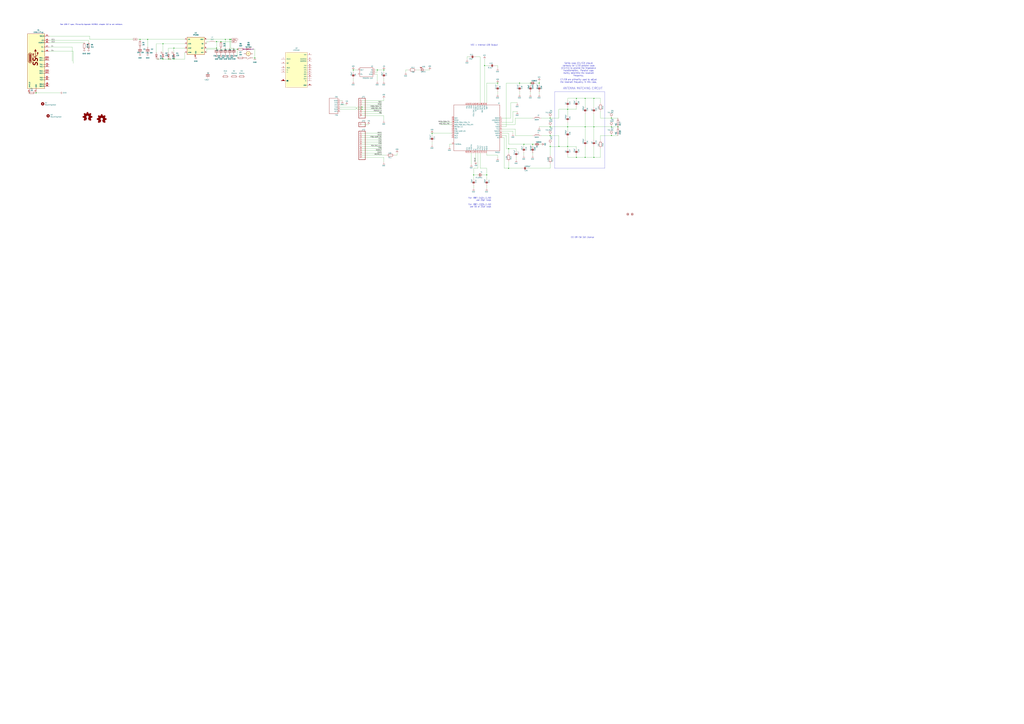
<source format=kicad_sch>
(kicad_sch (version 20231120) (generator "eeschema") (generator_version "8.0")
  (paper "A0")
  (lib_symbols
    (symbol "Adafruit PN532_Breakout_v1.6-eagle-import:microbuilder_CAP_CERAMIC0805-NOOUTLINE"
      (property "Reference" "C" (at -1.79 0.54 90))
      (symbol "microbuilder_CAP_CERAMIC0805-NOOUTLINE_1_0"
        (pin passive line (at 0 5.08 270) (length 2.54) (name "1") (number "1"))
        (pin passive line (at 0 -2.54 90) (length 2.54) (name "2") (number "2"))
      )
    )
    (symbol "Adafruit PN532_Breakout_v1.6-eagle-import:microbuilder_CRYSTAL3.2X2.5"
      (property "Reference" "Y" (at -2.54 2.54 0))
      (symbol "microbuilder_CRYSTAL3.2X2.5_1_0"
        (pin passive line (at -2.54 0 0) (length 0) (name "1") (number "1"))
        (pin passive line (at 2.54 0 180) (length 0) (name "2") (number "2"))
      )
    )
    (symbol "Adafruit PN532_Breakout_v1.6-eagle-import:microbuilder_FERRITE0805"
      (property "Reference" "FB" (at -1.27 1.905 0))
      (symbol "microbuilder_FERRITE0805_1_0"
        (pin passive line (at -2.54 0 0) (length 2.54) (name "P$1") (number "1"))
        (pin passive line (at 2.54 0 180) (length 2.54) (name "P$2") (number "2"))
      )
    )
    (symbol "Adafruit PN532_Breakout_v1.6-eagle-import:microbuilder_FIDUCIAL1X2.5")
    (symbol "Adafruit PN532_Breakout_v1.6-eagle-import:microbuilder_FTDIUSBCABLE"
      (property "Reference" "CN" (at -7.62 8.636 0))
      (symbol "microbuilder_FTDIUSBCABLE_1_0"
        (pin bidirectional line (at -10.16 5.08 0) (length 2.54) (name "GND") (number "1"))
        (pin bidirectional line (at -10.16 2.54 0) (length 2.54) (name "CTS") (number "2"))
        (pin bidirectional line (at -10.16 0 0) (length 2.54) (name "VCC") (number "3"))
        (pin bidirectional line (at -10.16 -2.54 0) (length 2.54) (name "TXD") (number "4"))
        (pin bidirectional line (at -10.16 -5.08 0) (length 2.54) (name "RXD") (number "5"))
        (pin bidirectional line (at -10.16 -7.62 0) (length 2.54) (name "RTS") (number "6"))
      )
    )
    (symbol "Adafruit PN532_Breakout_v1.6-eagle-import:microbuilder_GND" (power)
      (symbol "microbuilder_GND_1_0"
        (pin power_in line (at 0 2.54 270) (length 2.54) (name "GND") (number "1"))
      )
    )
    (symbol "Adafruit PN532_Breakout_v1.6-eagle-import:microbuilder_HEADER-1X12"
      (property "Reference" "JP" (at -6.35 18.415 0))
      (symbol "microbuilder_HEADER-1X12_1_0"
        (pin passive inverted (at -2.54 15.24 0) (length 2.54) (name "1") (number "1"))
        (pin passive inverted (at -2.54 -7.62 0) (length 2.54) (name "10") (number "10"))
        (pin passive inverted (at -2.54 -10.16 0) (length 2.54) (name "11") (number "11"))
        (pin passive inverted (at -2.54 -12.7 0) (length 2.54) (name "12") (number "12"))
        (pin passive inverted (at -2.54 12.7 0) (length 2.54) (name "2") (number "2"))
        (pin passive inverted (at -2.54 10.16 0) (length 2.54) (name "3") (number "3"))
        (pin passive inverted (at -2.54 7.62 0) (length 2.54) (name "4") (number "4"))
        (pin passive inverted (at -2.54 5.08 0) (length 2.54) (name "5") (number "5"))
        (pin passive inverted (at -2.54 2.54 0) (length 2.54) (name "6") (number "6"))
        (pin passive inverted (at -2.54 0 0) (length 2.54) (name "7") (number "7"))
        (pin passive inverted (at -2.54 -2.54 0) (length 2.54) (name "8") (number "8"))
        (pin passive inverted (at -2.54 -5.08 0) (length 2.54) (name "9") (number "9"))
      )
    )
    (symbol "Adafruit PN532_Breakout_v1.6-eagle-import:microbuilder_HEADER-1X1ROUND"
      (property "Reference" "JP" (at -6.35 3.175 0))
      (symbol "microbuilder_HEADER-1X1ROUND_1_0"
        (pin passive inverted (at -2.54 0 0) (length 2.54) (name "1") (number "1"))
      )
    )
    (symbol "Adafruit PN532_Breakout_v1.6-eagle-import:microbuilder_HEADER-1X8ROUND"
      (property "Reference" "JP" (at -6.35 13.335 0))
      (symbol "microbuilder_HEADER-1X8ROUND_1_0"
        (pin passive inverted (at -2.54 10.16 0) (length 2.54) (name "1") (number "1"))
        (pin passive inverted (at -2.54 7.62 0) (length 2.54) (name "2") (number "2"))
        (pin passive inverted (at -2.54 5.08 0) (length 2.54) (name "3") (number "3"))
        (pin passive inverted (at -2.54 2.54 0) (length 2.54) (name "4") (number "4"))
        (pin passive inverted (at -2.54 0 0) (length 2.54) (name "5") (number "5"))
        (pin passive inverted (at -2.54 -2.54 0) (length 2.54) (name "6") (number "6"))
        (pin passive inverted (at -2.54 -5.08 0) (length 2.54) (name "7") (number "7"))
        (pin passive inverted (at -2.54 -7.62 0) (length 2.54) (name "8") (number "8"))
      )
    )
    (symbol "Adafruit PN532_Breakout_v1.6-eagle-import:microbuilder_INDUCTOR0805"
      (property "Reference" "L" (at -2.54 2.54 0))
      (symbol "microbuilder_INDUCTOR0805_1_0"
        (pin passive line (at -5.08 0 0) (length 2.54) (name "1") (number "1"))
        (pin passive line (at 5.08 0 180) (length 2.54) (name "2") (number "2"))
      )
    )
    (symbol "Adafruit PN532_Breakout_v1.6-eagle-import:microbuilder_LED0805_NOOUTLINE"
      (property "Reference" "LED" (at -5.08 3.175 0))
      (symbol "microbuilder_LED0805_NOOUTLINE_1_0"
        (pin passive line (at -5.08 0 0) (length 2.54) (name "A") (number "A"))
        (pin passive line (at 2.54 0 180) (length 2.54) (name "C") (number "C"))
      )
    )
    (symbol "Adafruit PN532_Breakout_v1.6-eagle-import:microbuilder_PN532"
      (property "Reference" "U" (at -27.94 29.21 0))
      (symbol "microbuilder_PN532_1_0"
        (pin bidirectional line (at -30.48 12.7 0) (length 2.54) (name "DGND") (number "1"))
        (pin bidirectional line (at -30.48 -10.16 0) (length 2.54) (name "RX") (number "10"))
        (pin bidirectional line (at -12.7 -27.94 90) (length 2.54) (name "AGND") (number "11"))
        (pin bidirectional line (at -10.16 -27.94 90) (length 2.54) (name "AUX1") (number "12"))
        (pin bidirectional line (at -7.62 -27.94 90) (length 2.54) (name "AUX2") (number "13"))
        (pin bidirectional line (at -5.08 -27.94 90) (length 2.54) (name "XTAL1") (number "14"))
        (pin bidirectional line (at -2.54 -27.94 90) (length 2.54) (name "XTAL2") (number "15"))
        (pin bidirectional line (at 0 -27.94 90) (length 2.54) (name "I0") (number "16"))
        (pin bidirectional line (at 2.54 -27.94 90) (length 2.54) (name "I1") (number "17"))
        (pin bidirectional line (at 5.08 -27.94 90) (length 2.54) (name "TESTEN") (number "18"))
        (pin bidirectional line (at 7.62 -27.94 90) (length 2.54) (name "P35") (number "19"))
        (pin bidirectional line (at -30.48 10.16 0) (length 2.54) (name "LOADMOD") (number "2"))
        (pin bidirectional line (at 10.16 -27.94 90) (length 2.54) (name "NC1") (number "20"))
        (pin bidirectional line (at 27.94 -10.16 180) (length 2.54) (name "NC2") (number "21"))
        (pin bidirectional line (at 27.94 -7.62 180) (length 2.54) (name "NC3") (number "22"))
        (pin bidirectional line (at 27.94 -5.08 180) (length 2.54) (name "PVDD") (number "23"))
        (pin bidirectional line (at 27.94 -2.54 180) (length 2.54) (name "P30/UART_RX") (number "24"))
        (pin bidirectional line (at 27.94 0 180) (length 2.54) (name "IRQ") (number "25"))
        (pin bidirectional line (at 27.94 2.54 180) (length 2.54) (name "RSTOUT_N") (number "26"))
        (pin bidirectional line (at 27.94 5.08 180) (length 2.54) (name "NSS/P50_SCL/HSU_RX") (number "27"))
        (pin bidirectional line (at 27.94 7.62 180) (length 2.54) (name "MOSI/SDA/HSU_TX") (number "28"))
        (pin bidirectional line (at 27.94 10.16 180) (length 2.54) (name "MISO") (number "29"))
        (pin bidirectional line (at -30.48 7.62 0) (length 2.54) (name "TGND1") (number "3"))
        (pin bidirectional line (at 27.94 12.7 180) (length 2.54) (name "SCK") (number "30"))
        (pin bidirectional line (at 10.16 30.48 270) (length 2.54) (name "P31") (number "31"))
        (pin bidirectional line (at 7.62 30.48 270) (length 2.54) (name "P32") (number "32"))
        (pin bidirectional line (at 5.08 30.48 270) (length 2.54) (name "P33") (number "33"))
        (pin bidirectional line (at 2.54 30.48 270) (length 2.54) (name "P34/SIC_CLK") (number "34"))
        (pin bidirectional line (at 0 30.48 270) (length 2.54) (name "SIGOUT") (number "35"))
        (pin bidirectional line (at -2.54 30.48 270) (length 2.54) (name "SIGIN") (number "36"))
        (pin bidirectional line (at -5.08 30.48 270) (length 2.54) (name "SVDD") (number "37"))
        (pin bidirectional line (at -7.62 30.48 270) (length 2.54) (name "RSTPD_N") (number "38"))
        (pin bidirectional line (at -10.16 30.48 270) (length 2.54) (name "DVDD") (number "39"))
        (pin bidirectional line (at -30.48 5.08 0) (length 2.54) (name "TX1") (number "4"))
        (pin bidirectional line (at -12.7 30.48 270) (length 2.54) (name "VBAT") (number "40"))
        (pin bidirectional line (at -30.48 2.54 0) (length 2.54) (name "TVDD") (number "5"))
        (pin bidirectional line (at -30.48 0 0) (length 2.54) (name "TX2") (number "6"))
        (pin bidirectional line (at -30.48 -2.54 0) (length 2.54) (name "TGND2") (number "7"))
        (pin bidirectional line (at -30.48 -5.08 0) (length 2.54) (name "AVDD") (number "8"))
        (pin bidirectional line (at -30.48 -7.62 0) (length 2.54) (name "VMID") (number "9"))
        (pin bidirectional line (at 27.94 -17.78 180) (length 2.54) (name "THERMAL") (number "TP"))
      )
    )
    (symbol "Adafruit PN532_Breakout_v1.6-eagle-import:microbuilder_RESISTOR0805_NOOUTLINE"
      (property "Reference" "R" (at -2.54 2.032 0))
      (symbol "microbuilder_RESISTOR0805_NOOUTLINE_1_0"
        (pin passive line (at -5.08 0 0) (length 2.54) (name "1") (number "1"))
        (pin passive line (at 5.08 0 180) (length 2.54) (name "2") (number "2"))
      )
    )
    (symbol "Adafruit PN532_Breakout_v1.6-eagle-import:microbuilder_TESTPOINTROUND1MM"
      (property "Reference" "TP" (at -2.54 7.62 0))
      (symbol "microbuilder_TESTPOINTROUND1MM_1_0"
        (pin bidirectional line (at 0 0 90) (length 2.54) (name "P$1") (number "P$1"))
      )
    )
    (symbol "Adafruit PN532_Breakout_v1.6-eagle-import:microbuilder_VCC" (power)
      (symbol "microbuilder_VCC_1_0"
        (pin power_in line (at 0 -2.54 90) (length 2.54) (name "VCC") (number "1"))
      )
    )
    (symbol "Adafruit PN532_Breakout_v1.6-eagle-import:microbuilder_VDD" (power)
      (symbol "microbuilder_VDD_1_0"
        (pin power_in line (at 0 -2.54 90) (length 2.54) (name "VDD") (number "1"))
      )
    )
    (symbol "Adafruit PN532_Breakout_v1.6-eagle-import:microbuilder_VIN" (power)
      (symbol "microbuilder_VIN_1_0"
        (pin power_in line (at 0 -2.54 90) (length 2.54) (name "VIN") (number "1"))
      )
    )
    (symbol "Adafruit PN532_Breakout_v1.6-eagle-import:microbuilder_VREG_SOT23-5"
      (property "Reference" "U" (at -7.62 6.096 0))
      (symbol "microbuilder_VREG_SOT23-5_1_0"
        (pin power_in line (at -10.16 2.54 0) (length 2.54) (name "IN") (number "1"))
        (pin power_in line (at -10.16 -2.54 0) (length 2.54) (name "GND") (number "2"))
        (pin input line (at -10.16 0 0) (length 2.54) (name "EN") (number "3"))
        (pin bidirectional line (at 10.16 -2.54 180) (length 2.54) (name "P4") (number "4"))
        (pin power_in line (at 10.16 2.54 180) (length 2.54) (name "OUT") (number "5"))
      )
    )
    (symbol "Adafruit PN532_Breakout_v1.6-eagle-import:rcl_R-EU_R0201"
      (property "Reference" "R" (at -3.81 1.4986 0))
      (symbol "rcl_R-EU_R0201_1_0"
        (pin passive line (at -5.08 0 0) (length 2.54) (name "1") (number "1"))
        (pin passive line (at 5.08 0 180) (length 2.54) (name "2") (number "2"))
      )
    )
    (symbol "CP2102:CP2102" (pin_names (offset 1.016))
      (property "Reference" "U" (at -12.7 21.082 0))
      (property "Value" "CP2102" (at -12.7 -22.86 0))
      (symbol "CP2102_0_0"
        (pin input line (at 17.78 -10.16 180) (length 5.08) (name "DCD") (number "1"))
        (pin passive line (at -17.78 -12.7 0) (length 5.08) (name "NC") (number "10"))
        (pin output line (at 17.78 10.16 180) (length 5.08) (name "~{SUSPEND}") (number "11"))
        (pin output line (at 17.78 12.7 180) (length 5.08) (name "SUSPEND") (number "12"))
        (pin passive line (at -17.78 -12.7 0) (length 5.08) (name "NC") (number "13"))
        (pin passive line (at -17.78 -12.7 0) (length 5.08) (name "NC") (number "14"))
        (pin passive line (at -17.78 -12.7 0) (length 5.08) (name "NC") (number "15"))
        (pin passive line (at -17.78 -12.7 0) (length 5.08) (name "NC") (number "16"))
        (pin passive line (at -17.78 -12.7 0) (length 5.08) (name "NC") (number "17"))
        (pin passive line (at -17.78 -12.7 0) (length 5.08) (name "NC") (number "18"))
        (pin passive line (at -17.78 -12.7 0) (length 5.08) (name "NC") (number "19"))
        (pin input line (at 17.78 -12.7 180) (length 5.08) (name "RI") (number "2"))
        (pin passive line (at -17.78 -12.7 0) (length 5.08) (name "NC") (number "20"))
        (pin passive line (at -17.78 -12.7 0) (length 5.08) (name "NC") (number "21"))
        (pin passive line (at -17.78 -12.7 0) (length 5.08) (name "NC") (number "22"))
        (pin input line (at 17.78 0 180) (length 5.08) (name "CTS") (number "23"))
        (pin output line (at 17.78 -2.54 180) (length 5.08) (name "RTS") (number "24"))
        (pin input line (at 17.78 2.54 180) (length 5.08) (name "RXD") (number "25"))
        (pin output line (at 17.78 5.08 180) (length 5.08) (name "TXD") (number "26"))
        (pin input line (at 17.78 -5.08 180) (length 5.08) (name "DSR") (number "27"))
        (pin output line (at 17.78 -7.62 180) (length 5.08) (name "DTR") (number "28"))
        (pin power_in line (at 17.78 -17.78 180) (length 5.08) (name "GND") (number "29"))
        (pin power_in line (at 17.78 -17.78 180) (length 5.08) (name "GND") (number "3"))
        (pin bidirectional line (at -17.78 0 0) (length 5.08) (name "D+") (number "4"))
        (pin bidirectional line (at -17.78 -2.54 0) (length 5.08) (name "D-") (number "5"))
        (pin power_in line (at 17.78 17.78 180) (length 5.08) (name "VDD") (number "6"))
        (pin input line (at -17.78 12.7 0) (length 5.08) (name "REGIN") (number "7"))
        (pin input line (at -17.78 2.54 0) (length 5.08) (name "VBUS") (number "8"))
        (pin bidirectional line (at -17.78 7.62 0) (length 5.08) (name "~{RST}") (number "9"))
      )
    )
    (symbol "Device:C" (pin_numbers hide) (pin_names (offset 0.254))
      (property "Reference" "C" (at 0.635 2.54 0))
      (property "Value" "C" (at 0.635 -2.54 0))
      (symbol "C_1_1"
        (pin passive line (at 0 3.81 270) (length 2.794) (name "~") (number "1"))
        (pin passive line (at 0 -3.81 90) (length 2.794) (name "~") (number "2"))
      )
    )
    (symbol "Device:L" (pin_numbers hide) (pin_names (offset 1.016) hide)
      (property "Reference" "L" (at -1.27 0 90))
      (property "Value" "L" (at 1.905 0 90))
      (symbol "L_1_1"
        (pin passive line (at 0 3.81 270) (length 1.27) (name "1") (number "1"))
        (pin passive line (at 0 -3.81 90) (length 1.27) (name "2") (number "2"))
      )
    )
    (symbol "Device:LED" (pin_numbers hide) (pin_names (offset 1.016) hide)
      (property "Reference" "D" (at 0 2.54 0))
      (property "Value" "LED" (at 0 -2.54 0))
      (symbol "LED_1_1"
        (pin passive line (at -3.81 0 0) (length 2.54) (name "K") (number "1"))
        (pin passive line (at 3.81 0 180) (length 2.54) (name "A") (number "2"))
      )
    )
    (symbol "Device:R" (pin_numbers hide) (pin_names (offset 0))
      (property "Reference" "R" (at 2.032 0 90))
      (property "Value" "R" (at 0 0 90))
      (symbol "R_1_1"
        (pin passive line (at 0 3.81 270) (length 1.27) (name "~") (number "1"))
        (pin passive line (at 0 -3.81 90) (length 1.27) (name "~") (number "2"))
      )
    )
    (symbol "Graphic:Logo_Open_Hardware_Small" (in_bom no) (on_board no))
    (symbol "IP5306:IP5306" (pin_names (offset 1.016))
      (property "Reference" "U" (at -10.16 10.922 0))
      (property "Value" "IP5306" (at 2.54 -12.7 0))
      (symbol "IP5306_0_0"
        (pin bidirectional line (at -12.7 7.62 0) (length 2.54) (name "VIN") (number "1"))
        (pin bidirectional line (at -12.7 2.54 0) (length 2.54) (name "LED1") (number "2"))
        (pin bidirectional line (at -12.7 -2.54 0) (length 2.54) (name "LED2") (number "3"))
        (pin bidirectional line (at -12.7 -7.62 0) (length 2.54) (name "LED3") (number "4"))
        (pin bidirectional line (at 12.7 -7.62 180) (length 2.54) (name "KEY") (number "5"))
        (pin bidirectional line (at 12.7 -2.54 180) (length 2.54) (name "BAT") (number "6"))
        (pin bidirectional line (at 12.7 2.54 180) (length 2.54) (name "SW") (number "7"))
        (pin bidirectional line (at 12.7 7.62 180) (length 2.54) (name "VOUT") (number "8"))
        (pin bidirectional line (at 0 -12.7 90) (length 2.54) (name "GND") (number "EXP"))
      )
    )
    (symbol "Mechanical:MountingHole" (pin_names (offset 1.016))
      (property "Reference" "H" (at 0 5.08 0))
      (property "Value" "MountingHole" (at 0 3.175 0))
    )
    (symbol "Simulation_SPICE:SWITCH" (pin_numbers hide) (pin_names (offset 1.016) hide)
      (property "Reference" "S" (at 2.54 2.54 0))
      (property "Value" "SWITCH" (at 2.54 0 0))
      (property "Sim.Params" "thr=0 ron=1" (at 2.54 -2.54 0))
      (symbol "SWITCH_1_1"
        (text "V" (at -5.08 0 0) (effects (font (size 1.27 1.27))))
        (pin passive line (at 0 5.08 270) (length 2.54) (name "N+") (number "1"))
        (pin passive line (at 0 -5.08 90) (length 2.54) (name "N-") (number "2"))
        (pin input line (at -5.08 5.08 270) (length 2.54) (name "C+") (number "3"))
        (pin input line (at -5.08 -5.08 90) (length 2.54) (name "C-") (number "4"))
      )
    )
    (symbol "USB-C-USB-3.2-rescue:USB_C_Plug-Connector" (pin_names (offset 1.016))
      (property "Reference" "P" (at -10.16 29.21 0))
      (property "Value" "USB_C_Plug-Connector" (at 10.16 29.21 0))
      (symbol "USB_C_Plug-Connector_0_0"
        (text "SS" (at -0.762 -4.445 900) (effects (font (size 5.08 5.08) (bold yes) (italic yes))))
      )
      (symbol "USB_C_Plug-Connector_1_1"
        (pin power_in line (at 0 -40.64 90) (length 5.08) (name "GND") (number "A1"))
        (pin bidirectional line (at 15.24 -15.24 180) (length 5.08) (name "RX2-") (number "A10"))
        (pin bidirectional line (at 15.24 -17.78 180) (length 5.08) (name "RX2+") (number "A11"))
        (pin power_in line (at 0 -40.64 90) (length 5.08) hide (name "GND") (number "A12"))
        (pin bidirectional line (at 15.24 -10.16 180) (length 5.08) (name "TX1+") (number "A2"))
        (pin bidirectional line (at 15.24 -7.62 180) (length 5.08) (name "TX1-") (number "A3"))
        (pin power_in line (at 15.24 25.4 180) (length 5.08) (name "VBUS") (number "A4"))
        (pin bidirectional line (at 15.24 20.32 180) (length 5.08) (name "CC") (number "A5"))
        (pin bidirectional line (at 15.24 7.62 180) (length 5.08) (name "D+") (number "A6"))
        (pin bidirectional line (at 15.24 12.7 180) (length 5.08) (name "D-") (number "A7"))
        (pin bidirectional line (at 15.24 -30.48 180) (length 5.08) (name "SBU1") (number "A8"))
        (pin power_in line (at 15.24 25.4 180) (length 5.08) hide (name "VBUS") (number "A9"))
        (pin power_in line (at 0 -40.64 90) (length 5.08) hide (name "GND") (number "B1"))
        (pin bidirectional line (at 15.24 0 180) (length 5.08) (name "RX1-") (number "B10"))
        (pin bidirectional line (at 15.24 -2.54 180) (length 5.08) (name "RX1+") (number "B11"))
        (pin power_in line (at 0 -40.64 90) (length 5.08) hide (name "GND") (number "B12"))
        (pin bidirectional line (at 15.24 -25.4 180) (length 5.08) (name "TX2+") (number "B2"))
        (pin bidirectional line (at 15.24 -22.86 180) (length 5.08) (name "TX2-") (number "B3"))
        (pin power_in line (at 15.24 25.4 180) (length 5.08) hide (name "VBUS") (number "B4"))
        (pin bidirectional line (at 15.24 17.78 180) (length 5.08) (name "VCONN") (number "B5"))
        (pin bidirectional line (at 15.24 -33.02 180) (length 5.08) (name "SBU2") (number "B8"))
        (pin power_in line (at 15.24 25.4 180) (length 5.08) hide (name "VBUS") (number "B9"))
        (pin passive line (at -7.62 -40.64 90) (length 5.08) (name "SHIELD") (number "S1"))
      )
    )
    (symbol "power:GND" (power) (pin_numbers hide) (pin_names (offset 0) hide)
      (property "Value" "GND" (at 0 -3.81 0))
      (symbol "GND_1_1"
        (pin power_in line (at 0 0 270) (length 0) (name "~") (number "1"))
      )
    )
  )
  (junction (at 689.61 182.88))
  (junction (at 266.7 45.72))
  (junction (at 189.23 50.8))
  (junction (at 445.77 81.28))
  (junction (at 689.61 114.3))
  (junction (at 679.45 114.3))
  (junction (at 501.65 154.94))
  (junction (at 438.15 81.28))
  (junction (at 41.91 107.95))
  (junction (at 201.93 55.88))
  (junction (at 162.56 45.72))
  (junction (at 195.58 68.58))
  (junction (at 562.61 76.2))
  (junction (at 679.45 182.88))
  (junction (at 171.45 45.72))
  (junction (at 189.23 68.58))
  (junction (at 659.13 127))
  (junction (at 251.46 55.88))
  (junction (at 565.15 203.2))
  (junction (at 709.93 147.32))
  (junction (at 261.62 45.72))
  (junction (at 256.54 48.26))
  (junction (at 577.85 96.52))
  (junction (at 618.49 167.64))
  (junction (at 659.13 147.32))
  (junction (at 717.55 147.32))
  (junction (at 669.29 182.88))
  (junction (at 603.25 96.52))
  (junction (at 267.97 45.72))
  (junction (at 648.97 170.18))
  (junction (at 590.55 195.58))
  (junction (at 669.29 114.3))
  (junction (at 295.91 67.31))
  (junction (at 638.81 157.48))
  (junction (at 638.81 170.18))
  (junction (at 626.11 96.52))
  (junction (at 275.59 57.15))
  (junction (at 420.37 124.46))
  (junction (at 608.33 167.64))
  (junction (at 679.45 147.32))
  (junction (at 638.81 137.16))
  (junction (at 615.95 96.52))
  (junction (at 659.13 170.18))
  (junction (at 420.37 127))
  (junction (at 410.21 81.28))
  (junction (at 549.91 203.2))
  (junction (at 689.61 147.32))
  (junction (at 709.93 137.16))
  (junction (at 709.93 157.48))
  (junction (at 201.93 68.58))
  (junction (at 638.81 147.32))
  (junction (at 590.55 172.72))
  (junction (at 251.46 48.26))
  (wire (pts (xy 599.44 172.72) (xy 599.44 175.26)) (stroke (width 0.1524)))
  (wire (pts (xy 394.97 116.84) (xy 397.51 116.84)) (stroke (width 0.1524)))
  (wire (pts (xy 577.85 96.52) (xy 577.85 99.06)) (stroke (width 0.1524)))
  (wire (pts (xy 445.77 134.62) (xy 445.77 139.7)) (stroke (width 0.1524)))
  (wire (pts (xy 575.31 76.2) (xy 577.85 76.2)) (stroke (width 0.1524)))
  (wire (pts (xy 582.93 152.4) (xy 595.63 152.4)) (stroke (width 0.1524)))
  (wire (pts (xy 598.17 157.48) (xy 598.17 149.86)) (stroke (width 0.1524)))
  (wire (pts (xy 410.21 91.44) (xy 410.21 93.98)) (stroke (width 0.1524)))
  (wire (pts (xy 415.29 124.46) (xy 420.37 124.46)) (stroke (width 0.1524)))
  (wire (pts (xy 420.37 182.88) (xy 445.77 182.88)) (stroke (width 0.1524)))
  (wire (pts (xy 420.37 121.92) (xy 443.23 121.92)) (stroke (width 0.1524)))
  (wire (pts (xy 603.25 109.22) (xy 603.25 106.68)) (stroke (width 0.1524)))
  (wire (pts (xy 648.97 157.48) (xy 638.81 157.48)) (stroke (width 0.1524)))
  (wire (pts (xy 521.97 167.64) (xy 521.97 170.18)) (stroke (width 0.1524)))
  (wire (pts (xy 565.15 203.2) (xy 560.07 203.2)) (stroke (width 0.1524)))
  (wire (pts (xy 499.11 81.28) (xy 494.03 81.28)) (stroke (width 0.1524)))
  (wire (pts (xy 557.53 177.8) (xy 557.53 195.58)) (stroke (width 0.1524)))
  (wire (pts (xy 552.45 177.8) (xy 552.45 187.96)) (stroke (width 0.1524)))
  (wire (pts (xy 473.71 81.28) (xy 471.17 81.28)) (stroke (width 0.1524)))
  (wire (pts (xy 595.63 129.54) (xy 600.71 129.54)) (stroke (width 0.1524)))
  (wire (pts (xy 240.03 57.15) (xy 275.59 57.15)))
  (wire (pts (xy 659.13 160.02) (xy 659.13 170.18)) (stroke (width 0.1524)))
  (wire (pts (xy 275.59 57.15) (xy 275.59 67.31)))
  (wire (pts (xy 697.23 182.88) (xy 697.23 172.72)) (stroke (width 0.1524)))
  (wire (pts (xy 618.49 137.16) (xy 598.17 137.16)) (stroke (width 0.1524)))
  (wire (pts (xy 615.95 106.68) (xy 615.95 109.22)) (stroke (width 0.1524)))
  (wire (pts (xy 689.61 182.88) (xy 679.45 182.88)) (stroke (width 0.1524)))
  (wire (pts (xy 240.03 45.72) (xy 261.62 45.72)))
  (wire (pts (xy 618.49 177.8) (xy 618.49 180.34)) (stroke (width 0.1524)))
  (wire (pts (xy 659.13 152.4) (xy 659.13 147.32)) (stroke (width 0.1524)))
  (wire (pts (xy 565.15 208.28) (xy 565.15 203.2)) (stroke (width 0.1524)))
  (wire (pts (xy 471.17 81.28) (xy 471.17 83.82)) (stroke (width 0.1524)))
  (wire (pts (xy 420.37 154.94) (xy 443.23 154.94)) (stroke (width 0.1524)))
  (wire (pts (xy 659.13 142.24) (xy 659.13 147.32)) (stroke (width 0.1524)))
  (wire (pts (xy 458.47 180.34) (xy 461.01 180.34)) (stroke (width 0.1524)))
  (wire (pts (xy 295.91 57.15) (xy 295.91 67.31)))
  (wire (pts (xy 689.61 132.08) (xy 689.61 147.32)) (stroke (width 0.1524)))
  (wire (pts (xy 565.15 96.52) (xy 577.85 96.52)) (stroke (width 0.1524)))
  (wire (pts (xy 626.11 93.98) (xy 626.11 96.52)) (stroke (width 0.1524)))
  (wire (pts (xy 638.81 157.48) (xy 628.65 157.48)) (stroke (width 0.1524)))
  (wire (pts (xy 181.61 68.58) (xy 189.23 68.58)))
  (wire (pts (xy 420.37 160.02) (xy 443.23 160.02)) (stroke (width 0.1524)))
  (wire (pts (xy 590.55 172.72) (xy 599.44 172.72)) (stroke (width 0.1524)))
  (wire (pts (xy 201.93 55.88) (xy 195.58 55.88)))
  (wire (pts (xy 420.37 172.72) (xy 443.23 172.72)) (stroke (width 0.1524)))
  (wire (pts (xy 171.45 45.72) (xy 171.45 54.61)))
  (wire (pts (xy 628.65 167.64) (xy 626.11 167.64)) (stroke (width 0.1524)))
  (wire (pts (xy 554.99 203.2) (xy 549.91 203.2)) (stroke (width 0.1524)))
  (wire (pts (xy 415.29 81.28) (xy 410.21 81.28)) (stroke (width 0.1524)))
  (wire (pts (xy 689.61 170.18) (xy 689.61 182.88)) (stroke (width 0.1524)))
  (wire (pts (xy 57.15 46.99) (xy 102.87 46.99)))
  (wire (pts (xy 394.97 127) (xy 412.75 127)) (stroke (width 0.1524)))
  (wire (pts (xy 201.93 68.58) (xy 214.63 68.58)))
  (wire (pts (xy 577.85 106.68) (xy 577.85 109.22)) (stroke (width 0.1524)))
  (wire (pts (xy 638.81 147.32) (xy 626.11 147.32)) (stroke (width 0.1524)))
  (wire (pts (xy 590.55 187.96) (xy 590.55 195.58)) (stroke (width 0.1524)))
  (wire (pts (xy 290.83 57.15) (xy 295.91 57.15)))
  (wire (pts (xy 524.51 142.24) (xy 511.81 142.24)) (stroke (width 0.1524)))
  (wire (pts (xy 669.29 127) (xy 669.29 124.46)) (stroke (width 0.1524)))
  (wire (pts (xy 577.85 180.34) (xy 577.85 182.88)) (stroke (width 0.1524)))
  (wire (pts (xy 214.63 45.72) (xy 171.45 45.72)))
  (wire (pts (xy 659.13 147.32) (xy 638.81 147.32)) (stroke (width 0.1524)))
  (wire (pts (xy 410.21 83.82) (xy 410.21 81.28)) (stroke (width 0.1524)))
  (wire (pts (xy 41.91 107.95) (xy 69.85 107.95)))
  (wire (pts (xy 57.15 49.53) (xy 97.79 49.53)))
  (wire (pts (xy 293.37 67.31) (xy 295.91 67.31)))
  (wire (pts (xy 171.45 45.72) (xy 162.56 45.72)))
  (wire (pts (xy 595.63 142.24) (xy 595.63 129.54)) (stroke (width 0.1524)))
  (wire (pts (xy 697.23 162.56) (xy 697.23 157.48)) (stroke (width 0.1524)))
  (wire (pts (xy 420.37 180.34) (xy 448.31 180.34)) (stroke (width 0.1524)))
  (wire (pts (xy 102.87 46.99) (xy 102.87 49.53)))
  (wire (pts (xy 593.09 137.16) (xy 593.09 119.38)) (stroke (width 0.1524)))
  (wire (pts (xy 445.77 91.44) (xy 445.77 93.98)) (stroke (width 0.1524)))
  (wire (pts (xy 420.37 119.38) (xy 443.23 119.38)) (stroke (width 0.1524)))
  (wire (pts (xy 565.15 215.9) (xy 565.15 218.44)) (stroke (width 0.1524)))
  (wire (pts (xy 554.99 177.8) (xy 554.99 195.58)) (stroke (width 0.1524)))
  (wire (pts (xy 154.94 45.72) (xy 104.14 45.72)))
  (wire (pts (xy 590.55 154.94) (xy 590.55 167.64)) (stroke (width 0.1524)))
  (wire (pts (xy 557.53 119.38) (xy 557.53 66.04)) (stroke (width 0.1524)))
  (polyline (pts (xy 702.31 106.68) (xy 643.89 106.68)) (stroke (width 0.1524) (type solid)))
  (wire (pts (xy 588.01 96.52) (xy 603.25 96.52)) (stroke (width 0.1524)))
  (wire (pts (xy 638.81 195.58) (xy 638.81 190.5)) (stroke (width 0.1524)))
  (wire (pts (xy 420.37 157.48) (xy 443.23 157.48)) (stroke (width 0.1524)))
  (wire (pts (xy 608.33 167.64) (xy 608.33 170.18)) (stroke (width 0.1524)))
  (wire (pts (xy 659.13 180.34) (xy 659.13 182.88)) (stroke (width 0.1524)))
  (wire (pts (xy 582.93 142.24) (xy 595.63 142.24)) (stroke (width 0.1524)))
  (wire (pts (xy 608.33 180.34) (xy 608.33 177.8)) (stroke (width 0.1524)))
  (wire (pts (xy 648.97 127) (xy 648.97 137.16)) (stroke (width 0.1524)))
  (wire (pts (xy 679.45 147.32) (xy 659.13 147.32)) (stroke (width 0.1524)))
  (wire (pts (xy 251.46 55.88) (xy 251.46 48.26)))
  (wire (pts (xy 412.75 124.46) (xy 415.29 127)) (stroke (width 0.1524)))
  (wire (pts (xy 420.37 165.1) (xy 443.23 165.1)) (stroke (width 0.1524)))
  (wire (pts (xy 618.49 157.48) (xy 598.17 157.48)) (stroke (width 0.1524)))
  (wire (pts (xy 679.45 170.18) (xy 679.45 182.88)) (stroke (width 0.1524)))
  (wire (pts (xy 486.41 81.28) (xy 483.87 81.28)) (stroke (width 0.1524)))
  (wire (pts (xy 608.33 167.64) (xy 618.49 167.64)) (stroke (width 0.1524)))
  (wire (pts (xy 598.17 137.16) (xy 598.17 144.78)) (stroke (width 0.1524)))
  (wire (pts (xy 626.11 96.52) (xy 626.11 99.06)) (stroke (width 0.1524)))
  (wire (pts (xy 598.17 149.86) (xy 582.93 149.86)) (stroke (width 0.1524)))
  (wire (pts (xy 438.15 86.36) (xy 438.15 93.98)) (stroke (width 0.1524)))
  (wire (pts (xy 438.15 83.82) (xy 438.15 81.28)) (stroke (width 0.1524)))
  (wire (pts (xy 659.13 124.46) (xy 659.13 127)) (stroke (width 0.1524)))
  (wire (pts (xy 420.37 144.78) (xy 427.99 144.78)) (stroke (width 0.1524)))
  (wire (pts (xy 85.09 59.69) (xy 85.09 73.66)))
  (wire (pts (xy 577.85 76.2) (xy 577.85 78.74)) (stroke (width 0.1524)))
  (wire (pts (xy 240.03 48.26) (xy 242.57 48.26)))
  (wire (pts (xy 412.75 127) (xy 415.29 124.46)) (stroke (width 0.1524)))
  (wire (pts (xy 394.97 121.92) (xy 402.59 121.92)) (stroke (width 0.1524)))
  (wire (pts (xy 638.81 170.18) (xy 638.81 167.64)) (stroke (width 0.1524)))
  (wire (pts (xy 435.61 86.36) (xy 438.15 86.36)) (stroke (width 0.1524)))
  (wire (pts (xy 613.41 195.58) (xy 638.81 195.58)) (stroke (width 0.1524)))
  (wire (pts (xy 415.29 127) (xy 420.37 127)) (stroke (width 0.1524)))
  (wire (pts (xy 420.37 134.62) (xy 445.77 134.62)) (stroke (width 0.1524)))
  (wire (pts (xy 195.58 55.88) (xy 195.58 60.96)))
  (wire (pts (xy 590.55 195.58) (xy 605.79 195.58)) (stroke (width 0.1524)))
  (wire (pts (xy 582.93 157.48) (xy 588.01 157.48)) (stroke (width 0.1524)))
  (wire (pts (xy 34.29 107.95) (xy 33.02 107.95)))
  (wire (pts (xy 420.37 177.8) (xy 443.23 177.8)) (stroke (width 0.1524)))
  (wire (pts (xy 57.15 41.91) (xy 104.14 41.91)))
  (wire (pts (xy 582.93 137.16) (xy 593.09 137.16)) (stroke (width 0.1524)))
  (wire (pts (xy 554.99 195.58) (xy 549.91 195.58)) (stroke (width 0.1524)))
  (wire (pts (xy 638.81 137.16) (xy 628.65 137.16)) (stroke (width 0.1524)))
  (wire (pts (xy 567.69 76.2) (xy 562.61 76.2)) (stroke (width 0.1524)))
  (polyline (pts (xy 643.89 195.58) (xy 702.31 195.58)) (stroke (width 0.1524) (type solid)))
  (wire (pts (xy 162.56 45.72) (xy 162.56 46.99)))
  (wire (pts (xy 565.15 177.8) (xy 565.15 180.34)) (stroke (width 0.1524)))
  (wire (pts (xy 689.61 147.32) (xy 679.45 147.32)) (stroke (width 0.1524)))
  (wire (pts (xy 549.91 195.58) (xy 549.91 203.2)) (stroke (width 0.1524)))
  (wire (pts (xy 590.55 167.64) (xy 608.33 167.64)) (stroke (width 0.1524)))
  (wire (pts (xy 585.47 195.58) (xy 590.55 195.58)) (stroke (width 0.1524)))
  (wire (pts (xy 549.91 215.9) (xy 549.91 218.44)) (stroke (width 0.1524)))
  (wire (pts (xy 582.93 160.02) (xy 585.47 160.02)) (stroke (width 0.1524)))
  (wire (pts (xy 266.7 45.72) (xy 266.7 55.88)))
  (wire (pts (xy 588.01 147.32) (xy 588.01 96.52)) (stroke (width 0.1524)))
  (wire (pts (xy 189.23 50.8) (xy 214.63 50.8)))
  (wire (pts (xy 524.51 167.64) (xy 521.97 167.64)) (stroke (width 0.1524)))
  (wire (pts (xy 709.93 147.32) (xy 689.61 147.32)) (stroke (width 0.1524)))
  (wire (pts (xy 659.13 170.18) (xy 648.97 170.18)) (stroke (width 0.1524)))
  (wire (pts (xy 603.25 96.52) (xy 615.95 96.52)) (stroke (width 0.1524)))
  (wire (pts (xy 669.29 182.88) (xy 659.13 182.88)) (stroke (width 0.1524)))
  (wire (pts (xy 615.95 99.06) (xy 615.95 96.52)) (stroke (width 0.1524)))
  (wire (pts (xy 524.51 144.78) (xy 511.81 144.78)) (stroke (width 0.1524)))
  (wire (pts (xy 549.91 203.2) (xy 549.91 208.28)) (stroke (width 0.1524)))
  (wire (pts (xy 588.01 172.72) (xy 590.55 172.72)) (stroke (width 0.1524)))
  (wire (pts (xy 542.29 66.04) (xy 542.29 68.58)) (stroke (width 0.1524)))
  (wire (pts (xy 659.13 127) (xy 648.97 127)) (stroke (width 0.1524)))
  (wire (pts (xy 565.15 119.38) (xy 565.15 96.52)) (stroke (width 0.1524)))
  (wire (pts (xy 445.77 116.84) (xy 445.77 114.3)) (stroke (width 0.1524)))
  (wire (pts (xy 709.93 137.16) (xy 717.55 137.16)) (stroke (width 0.1524)))
  (wire (pts (xy 679.45 182.88) (xy 669.29 182.88)) (stroke (width 0.1524)))
  (wire (pts (xy 557.53 195.58) (xy 565.15 195.58)) (stroke (width 0.1524)))
  (wire (pts (xy 271.78 55.88) (xy 267.97 55.88)))
  (wire (pts (xy 697.23 182.88) (xy 689.61 182.88)) (stroke (width 0.1524)))
  (wire (pts (xy 659.13 127) (xy 669.29 127)) (stroke (width 0.1524)))
  (wire (pts (xy 669.29 182.88) (xy 669.29 180.34)) (stroke (width 0.1524)))
  (wire (pts (xy 679.45 162.56) (xy 679.45 147.32)) (stroke (width 0.1524)))
  (wire (pts (xy 104.14 45.72) (xy 104.14 41.91)))
  (wire (pts (xy 524.51 154.94) (xy 501.65 154.94)) (stroke (width 0.1524)))
  (wire (pts (xy 638.81 180.34) (xy 638.81 170.18)) (stroke (width 0.1524)))
  (wire (pts (xy 648.97 137.16) (xy 638.81 137.16)) (stroke (width 0.1524)))
  (wire (pts (xy 565.15 180.34) (xy 577.85 180.34)) (stroke (width 0.1524)))
  (wire (pts (xy 582.93 154.94) (xy 590.55 154.94)) (stroke (width 0.1524)))
  (wire (pts (xy 717.55 157.48) (xy 709.93 157.48)) (stroke (width 0.1524)))
  (wire (pts (xy 420.37 129.54) (xy 443.23 129.54)) (stroke (width 0.1524)))
  (wire (pts (xy 57.15 59.69) (xy 85.09 59.69)))
  (wire (pts (xy 445.77 116.84) (xy 420.37 116.84)) (stroke (width 0.1524)))
  (wire (pts (xy 438.15 81.28) (xy 445.77 81.28)) (stroke (width 0.1524)))
  (wire (pts (xy 435.61 83.82) (xy 438.15 83.82)) (stroke (width 0.1524)))
  (wire (pts (xy 562.61 76.2) (xy 562.61 68.58)) (stroke (width 0.1524)))
  (wire (pts (xy 240.03 48.26) (xy 240.03 50.8)))
  (wire (pts (xy 420.37 132.08) (xy 443.23 132.08)) (stroke (width 0.1524)))
  (wire (pts (xy 621.03 96.52) (xy 626.11 96.52)) (stroke (width 0.1524)))
  (wire (pts (xy 214.63 68.58) (xy 214.63 60.96)))
  (wire (pts (xy 621.03 167.64) (xy 618.49 167.64)) (stroke (width 0.1524)))
  (polyline (pts (xy 643.89 106.68) (xy 643.89 195.58)) (stroke (width 0.1524) (type solid)))
  (wire (pts (xy 445.77 182.88) (xy 445.77 187.96)) (stroke (width 0.1524)))
  (wire (pts (xy 669.29 114.3) (xy 679.45 114.3)) (stroke (width 0.1524)))
  (wire (pts (xy 240.03 60.96) (xy 240.03 57.15)))
  (wire (pts (xy 160.02 45.72) (xy 162.56 45.72)))
  (wire (pts (xy 41.91 107.95) (xy 40.64 107.95)))
  (wire (pts (xy 266.7 45.72) (xy 267.97 45.72)))
  (wire (pts (xy 595.63 152.4) (xy 595.63 154.94)) (stroke (width 0.1524)))
  (wire (pts (xy 214.63 55.88) (xy 201.93 55.88)))
  (wire (pts (xy 565.15 195.58) (xy 565.15 203.2)) (stroke (width 0.1524)))
  (wire (pts (xy 420.37 124.46) (xy 443.23 124.46)) (stroke (width 0.1524)))
  (wire (pts (xy 461.01 180.34) (xy 461.01 177.8)) (stroke (width 0.1524)))
  (wire (pts (xy 57.15 54.61) (xy 83.82 54.61)))
  (wire (pts (xy 267.97 55.88) (xy 267.97 45.72)))
  (wire (pts (xy 689.61 114.3) (xy 697.23 114.3)) (stroke (width 0.1524)))
  (wire (pts (xy 562.61 119.38) (xy 562.61 76.2)) (stroke (width 0.1524)))
  (wire (pts (xy 697.23 119.38) (xy 697.23 114.3)) (stroke (width 0.1524)))
  (wire (pts (xy 420.37 170.18) (xy 443.23 170.18)) (stroke (width 0.1524)))
  (wire (pts (xy 547.37 177.8) (xy 547.37 190.5)) (stroke (width 0.1524)))
  (wire (pts (xy 420.37 167.64) (xy 443.23 167.64)) (stroke (width 0.1524)))
  (wire (pts (xy 420.37 127) (xy 443.23 127)) (stroke (width 0.1524)))
  (wire (pts (xy 250.19 48.26) (xy 251.46 48.26)))
  (wire (pts (xy 697.23 137.16) (xy 709.93 137.16)) (stroke (width 0.1524)))
  (wire (pts (xy 261.62 45.72) (xy 266.7 45.72)))
  (wire (pts (xy 83.82 54.61) (xy 83.82 71.12)))
  (wire (pts (xy 267.97 45.72) (xy 269.24 45.72)))
  (wire (pts (xy 669.29 172.72) (xy 669.29 170.18)) (stroke (width 0.1524)))
  (wire (pts (xy 618.49 167.64) (xy 618.49 170.18)) (stroke (width 0.1524)))
  (wire (pts (xy 195.58 68.58) (xy 201.93 68.58)))
  (wire (pts (xy 709.93 157.48) (xy 697.23 157.48)) (stroke (width 0.1524)))
  (wire (pts (xy 669.29 170.18) (xy 659.13 170.18)) (stroke (width 0.1524)))
  (wire (pts (xy 201.93 55.88) (xy 201.93 60.96)))
  (wire (pts (xy 544.83 66.04) (xy 542.29 66.04)) (stroke (width 0.1524)))
  (wire (pts (xy 557.53 66.04) (xy 552.45 66.04)) (stroke (width 0.1524)))
  (wire (pts (xy 679.45 114.3) (xy 689.61 114.3)) (stroke (width 0.1524)))
  (wire (pts (xy 626.11 109.22) (xy 626.11 106.68)) (stroke (width 0.1524)))
  (wire (pts (xy 189.23 68.58) (xy 195.58 68.58)))
  (wire (pts (xy 659.13 114.3) (xy 669.29 114.3)) (stroke (width 0.1524)))
  (wire (pts (xy 679.45 114.3) (xy 679.45 124.46)) (stroke (width 0.1524)))
  (wire (pts (xy 689.61 162.56) (xy 689.61 147.32)) (stroke (width 0.1524)))
  (wire (pts (xy 659.13 127) (xy 659.13 134.62)) (stroke (width 0.1524)))
  (wire (pts (xy 588.01 157.48) (xy 588.01 172.72)) (stroke (width 0.1524)))
  (wire (pts (xy 585.47 160.02) (xy 585.47 195.58)) (stroke (width 0.1524)))
  (wire (pts (xy 598.17 144.78) (xy 582.93 144.78)) (stroke (width 0.1524)))
  (wire (pts (xy 181.61 50.8) (xy 189.23 50.8)))
  (wire (pts (xy 669.29 114.3) (xy 669.29 116.84)) (stroke (width 0.1524)))
  (polyline (pts (xy 702.31 195.58) (xy 702.31 106.68)) (stroke (width 0.1524) (type solid)))
  (wire (pts (xy 181.61 60.96) (xy 181.61 50.8)))
  (wire (pts (xy 638.81 170.18) (xy 648.97 170.18)) (stroke (width 0.1524)))
  (wire (pts (xy 261.62 45.72) (xy 261.62 55.88)))
  (wire (pts (xy 445.77 81.28) (xy 445.77 83.82)) (stroke (width 0.1524)))
  (wire (pts (xy 717.55 147.32) (xy 709.93 147.32)) (stroke (width 0.1524)))
  (wire (pts (xy 603.25 99.06) (xy 603.25 96.52)) (stroke (width 0.1524)))
  (wire (pts (xy 697.23 137.16) (xy 697.23 129.54)) (stroke (width 0.1524)))
  (wire (pts (xy 269.24 48.26) (xy 256.54 48.26)))
  (wire (pts (xy 435.61 81.28) (xy 438.15 81.28)) (stroke (width 0.1524)))
  (wire (pts (xy 501.65 165.1) (xy 501.65 167.64)) (stroke (width 0.1524)))
  (wire (pts (xy 659.13 170.18) (xy 659.13 172.72)) (stroke (width 0.1524)))
  (wire (pts (xy 394.97 124.46) (xy 412.75 124.46)) (stroke (width 0.1524)))
  (wire (pts (xy 420.37 175.26) (xy 443.23 175.26)) (stroke (width 0.1524)))
  (wire (pts (xy 593.09 119.38) (xy 600.71 119.38)) (stroke (width 0.1524)))
  (wire (pts (xy 420.37 162.56) (xy 443.23 162.56)) (stroke (width 0.1524)))
  (wire (pts (xy 501.65 154.94) (xy 501.65 157.48)) (stroke (width 0.1524)))
  (wire (pts (xy 240.03 55.88) (xy 251.46 55.88)))
  (wire (pts (xy 256.54 48.26) (xy 251.46 48.26)))
  (wire (pts (xy 590.55 172.72) (xy 590.55 177.8)) (stroke (width 0.1524)))
  (wire (pts (xy 582.93 147.32) (xy 588.01 147.32)) (stroke (width 0.1524)))
  (wire (pts (xy 659.13 116.84) (xy 659.13 114.3)) (stroke (width 0.1524)))
  (wire (pts (xy 648.97 170.18) (xy 648.97 157.48)) (stroke (width 0.1524)))
  (wire (pts (xy 689.61 114.3) (xy 689.61 124.46)) (stroke (width 0.1524)))
  (wire (pts (xy 679.45 132.08) (xy 679.45 147.32)) (stroke (width 0.1524)))
  (wire (pts (xy 599.44 182.88) (xy 599.44 185.42)) (stroke (width 0.1524)))
  (wire (pts (xy 189.23 50.8) (xy 189.23 60.96)))
  (text "use 33pF Caps" (at 570.23 233.68 0) (effects (font (size 1.778 1.5113)) (justify right bottom)))
  (text "use 16 or 22pF caps" (at 570.23 241.3 0) (effects (font (size 1.778 1.5113)) (justify right bottom)))
  (text "Series caps (C1/C2) should\nnormally be 1/10 parallel caps\n(C3/C4) to provide the impedance\ntransformation.  Parallel caps\nmainly determine the resonant\nfrequency." (at 671.83 88.9 0) (effects (font (size 1.778 1.5113)) (justify bottom)))
  (text "C7/C8 are primarilly used to adjust\nthe resonant frequency in this case." (at 671.83 96.52 0) (effects (font (size 1.778 1.5113)) (justify bottom)))
  (text "CC-BY-SA 3.0 License" (at 662.94 276.86 0) (effects (font (size 1.778 1.5113)) (justify left bottom)))
  (text "For  887-1424-1-ND" (at 570.23 231.14 0) (effects (font (size 1.778 1.5113)) (justify right bottom)))
  (text "ANTENNA MATCHING CIRCUIT" (at 699.77 104.14 0) (effects (font (size 2.54 2.159)) (justify right bottom)))
  (text "VCC = Internal LDO Output" (at 577.85 53.34 0) (effects (font (size 1.778 1.5113)) (justify right bottom)))
  (text "For  887-1329-1-ND" (at 570.23 238.76 0) (effects (font (size 1.778 1.5113)) (justify right bottom)))
  (text "See USB IF spec, Microchip Appnote AN1953, chapter 3.0 to set resistors" (at 69.85 29.21 0) (effects (font (size 1.27 1.27)) (justify left bottom)))
  (label "SCK" (at 443.23 119.38 180) (effects (font (size 1.2446 1.2446))))
  (label "AUX2" (at 443.23 157.48 180) (effects (font (size 1.2446 1.2446))))
  (label "P30/UART_RX" (at 443.23 160.02 180) (effects (font (size 1.2446 1.2446))))
  (label "MOSI/SDA/TX" (at 443.23 124.46 180) (effects (font (size 1.2446 1.2446))))
  (label "CC2" (at 59.69 49.53 0))
  (label "NSS/SCL/RX" (at 521.97 144.78 180) (effects (font (size 1.2446 1.2446))))
  (label "CC1" (at 59.69 46.99 0))
  (label "AUX1" (at 443.23 154.94 180) (effects (font (size 1.2446 1.2446))))
  (label "P34/SIC_CLK" (at 443.23 170.18 180) (effects (font (size 1.2446 1.2446))))
  (label "D-" (at 59.69 54.61 0))
  (label "SIGOUT" (at 443.23 175.26 180) (effects (font (size 1.2446 1.2446))))
  (label "RSTPD_N" (at 443.23 180.34 180) (effects (font (size 1.2446 1.2446))))
  (label "SEL0" (at 552.45 187.96 90) (effects (font (size 1.2446 1.2446))))
  (label "MOSI/SDA/TX" (at 521.97 142.24 180) (effects (font (size 1.2446 1.2446))))
  (label "IRQ" (at 443.23 132.08 180) (effects (font (size 1.2446 1.2446))))
  (label "P31" (at 443.23 162.56 180) (effects (font (size 1.2446 1.2446))))
  (label "D+" (at 59.69 59.69 0))
  (label "SIGIN" (at 443.23 177.8 180) (effects (font (size 1.2446 1.2446))))
  (label "NSS/SCL/RX" (at 443.23 127 180) (effects (font (size 1.2446 1.2446))))
  (label "P35" (at 443.23 172.72 180) (effects (font (size 1.2446 1.2446))))
  (label "P33" (at 443.23 167.64 180) (effects (font (size 1.2446 1.2446))))
  (label "P32" (at 443.23 165.1 180) (effects (font (size 1.2446 1.2446))))
  (label "RSTOUT_N" (at 443.23 129.54 180) (effects (font (size 1.2446 1.2446))))
  (label "MISO" (at 443.23 121.92 180) (effects (font (size 1.2446 1.2446))))
  (global_label "VOUT" (shape output) (at 269.24 45.72 0) (property "Intersheetrefs" "${INTERSHEET_REFS}" (effects (hide yes))))
  (global_label "VIN" (shape input) (at 160.02 45.72 180) (property "Intersheetrefs" "${INTERSHEET_REFS}" (effects (hide yes))))
  (global_label "BAT" (shape output) (at 269.24 48.26 0) (property "Intersheetrefs" "${INTERSHEET_REFS}" (effects (hide yes))))
  (symbol (lib_id "Device:R") (at 36.83 107.95 270) (unit 1)
    (property "Reference" "R1" (at 36.83 102.6922 90))
    (property "Value" "1M" (at 36.83 105.0036 90))
    (property "Footprint" "Resistor_SMD:R_0805_2012Metric_Pad1.15x1.40mm_HandSolder" (effects (hide yes)))
  )
  (symbol (lib_id "USB-C-USB-3.2-rescue:USB_C_Plug-Connector") (at 41.91 67.31 0) (unit 1)
    (property "Reference" "P1" (at 44.6278 35.1282 0))
    (property "Value" "USB_C_Plug" (at 44.6278 37.4396 0))
    (property "Footprint" "Connector_USB:USB_C_Receptacle_Amphenol_12401548E4-2A" (effects (hide yes)))
    (property "Datasheet" "https://www.usb.org/sites/default/files/documents/usb_type-c.zip" (effects (hide yes)))
  )
  (symbol (lib_id "Mechanical:MountingHole") (at 55.88 134.62 0) (unit 1)
    (property "Reference" "H3" (at 58.42 133.4516 0) (effects (justify left)))
    (property "Value" "MountingHole" (at 58.42 135.763 0) (effects (justify left)))
    (property "Footprint" "MountingHole:MountingHole_3.2mm_M3_Pad" (effects (hide yes)))
  )
  (symbol (lib_id "Mechanical:MountingHole") (at 49.53 120.65 0) (unit 1)
    (property "Reference" "H1" (at 52.07 119.4816 0) (effects (justify left)))
    (property "Value" "MountingHole" (at 52.07 121.793 0) (effects (justify left)))
    (property "Footprint" "MountingHole:MountingHole_3.2mm_M3_Pad_Via" (effects (hide yes)))
  )
  (symbol (lib_id "Graphic:Logo_Open_Hardware_Small") (at 101.6 135.89 0) (unit 1)
    (property "Reference" "L00" (effects (hide yes)))
    (property "Value" "Logo_Open_Hardware_Small" (effects (hide yes)))
    (property "Footprint" "Symbol:OSHW-Logo_5.7x6mm_Copper" (effects (hide yes)))
  )
  (symbol (lib_id "Graphic:Logo_Open_Hardware_Small") (at 118.11 138.43 0) (unit 1)
    (property "Reference" "L01" (effects (hide yes)))
    (property "Value" "Logo_Open_Hardware_Small" (effects (hide yes)))
    (property "Footprint" "BitrafSmdKit2:Bitraf_logo_3.0_x_7.5_mm" (effects (hide yes)))
  )
  (symbol (lib_id "power:GND") (at 69.85 107.95 90) (unit 1)
    (property "Reference" "#PWR0101" (effects (hide yes)))
    (property "Value" "GND" (at 73.1012 107.823 90) (effects (justify right)))
  )
  (symbol (lib_id "Adafruit PN532_Breakout_v1.6-eagle-import:microbuilder_TESTPOINTROUND1MM") (at 638.81 137.16 0) (mirror y) (unit 1)
    (property "Reference" "TP1" (at 641.35 129.54 0) (effects (font (size 1.27 1.0795)) (justify left bottom)))
    (property "Value" "TX1_POST" (at 641.35 131.445 0) (effects (font (size 1.27 1.0795)) (justify left bottom)))
    (property "Footprint" "Adafruit PN532_Breakout_v1.6:TESTPOINT_ROUND_1MM" (effects (hide yes)))
  )
  (symbol (lib_id "Device:R") (at 271.78 88.9 90) (unit 1)
    (property "Reference" "R2" (at 271.78 82.55 90))
    (property "Value" "33ohm" (at 271.78 85.09 90))
    (property "Description" "Resistor" (effects (hide yes)))
  )
  (symbol (lib_id "Adafruit PN532_Breakout_v1.6-eagle-import:microbuilder_CAP_CERAMIC0805-NOOUTLINE") (at 626.11 104.14 0) (mirror y) (unit 1)
    (property "Reference" "C23" (at 627.9 103.6 90) (effects (justify left bottom)))
    (property "Value" "0.1µF" (at 623.11 103.6 90) (effects (justify left bottom)))
    (property "Footprint" "Adafruit PN532_Breakout_v1.6:0805-NO" (effects (hide yes)))
  )
  (symbol (lib_id "Adafruit PN532_Breakout_v1.6-eagle-import:microbuilder_TESTPOINTROUND1MM") (at 709.93 157.48 0) (mirror y) (unit 1)
    (property "Reference" "TP7" (at 712.47 149.86 0) (effects (font (size 1.27 1.0795)) (justify left bottom)))
    (property "Value" "TX2_PRE" (at 712.47 151.765 0) (effects (font (size 1.27 1.0795)) (justify left bottom)))
    (property "Footprint" "Adafruit PN532_Breakout_v1.6:TESTPOINT_ROUND_1MM" (effects (hide yes)))
  )
  (symbol (lib_id "Device:R") (at 102.87 53.34 0) (unit 1)
    (property "Reference" "R9" (at 105.41 52.0699 0) (effects (justify left)))
    (property "Value" "5k1" (at 105.41 54.6099 0) (effects (justify left)))
    (property "Description" "Resistor" (effects (hide yes)))
  )
  (symbol (lib_id "Adafruit PN532_Breakout_v1.6-eagle-import:microbuilder_RESISTOR0805_NOOUTLINE") (at 697.23 167.64 270) (mirror x) (unit 1)
    (property "Reference" "R16" (at 699.262 170.18 0) (effects (justify left bottom)))
    (property "Value" "1.5" (at 694.055 170.18 0) (effects (justify left bottom)))
    (property "Footprint" "Adafruit PN532_Breakout_v1.6:0805-NO" (effects (hide yes)))
  )
  (symbol (lib_id "Adafruit PN532_Breakout_v1.6-eagle-import:microbuilder_CAP_CERAMIC0805-NOOUTLINE") (at 501.65 162.56 0) (mirror y) (unit 1)
    (property "Reference" "C11" (at 503.44 162.02 90) (effects (justify left bottom)))
    (property "Value" "0.1µF" (at 498.65 162.02 90) (effects (justify left bottom)))
    (property "Footprint" "Adafruit PN532_Breakout_v1.6:0805-NO" (effects (hide yes)))
  )
  (symbol (lib_id "Adafruit PN532_Breakout_v1.6-eagle-import:microbuilder_RESISTOR0805_NOOUTLINE") (at 478.79 81.28 0) (mirror y) (unit 1)
    (property "Reference" "R12" (at 481.33 79.248 0) (effects (justify left bottom)))
    (property "Value" "TBD" (at 481.33 84.455 0) (effects (justify left bottom)))
    (property "Footprint" "Adafruit PN532_Breakout_v1.6:0805-NO" (effects (hide yes)))
  )
  (symbol (lib_id "Adafruit PN532_Breakout_v1.6-eagle-import:microbuilder_GND") (at 618.49 182.88 0) (mirror y) (unit 1)
    (property "Reference" "#U$037" (effects (hide yes)))
    (property "Value" "GND" (at 620.014 185.42 0) (effects (font (size 1.27 1.0795)) (justify left bottom)))
  )
  (symbol (lib_id "Adafruit PN532_Breakout_v1.6-eagle-import:microbuilder_CAP_CERAMIC0805-NOOUTLINE") (at 549.91 213.36 0) (mirror y) (unit 1)
    (property "Reference" "C13" (at 551.7 212.82 90) (effects (justify left bottom)))
    (property "Value" "33pF" (at 546.91 212.82 90) (effects (justify left bottom)))
    (property "Footprint" "Adafruit PN532_Breakout_v1.6:0805-NO" (effects (hide yes)))
  )
  (symbol (lib_id "Adafruit PN532_Breakout_v1.6-eagle-import:microbuilder_GND") (at 603.25 111.76 0) (mirror y) (unit 1)
    (property "Reference" "#U$034" (effects (hide yes)))
    (property "Value" "GND" (at 604.774 114.3 0) (effects (font (size 1.27 1.0795)) (justify left bottom)))
  )
  (symbol (lib_id "Adafruit PN532_Breakout_v1.6-eagle-import:microbuilder_RESISTOR0805_NOOUTLINE") (at 697.23 124.46 270) (mirror x) (unit 1)
    (property "Reference" "R15" (at 699.262 127 0) (effects (justify left bottom)))
    (property "Value" "1.5" (at 694.055 127 0) (effects (justify left bottom)))
    (property "Footprint" "Adafruit PN532_Breakout_v1.6:0805-NO" (effects (hide yes)))
  )
  (symbol (lib_id "Device:R") (at 162.56 50.8 0) (unit 1)
    (property "Reference" "R4" (at 165.1 49.5299 0) (effects (justify left)))
    (property "Value" "2R" (at 165.1 52.0699 0) (effects (justify left)))
    (property "Description" "Resistor" (effects (hide yes)))
  )
  (symbol (lib_id "Adafruit PN532_Breakout_v1.6-eagle-import:microbuilder_VIN") (at 427.99 142.24 0) (mirror y) (unit 1)
    (property "Reference" "#U$05" (effects (hide yes)))
    (property "Value" "VIN" (at 429.514 141.224 0) (effects (font (size 1.27 1.0795)) (justify left bottom)))
  )
  (symbol (lib_id "power:GND") (at 295.91 67.31 0) (unit 1)
    (property "Reference" "#PWR09" (effects (hide yes)))
    (property "Value" "GND" (at 295.91 72.39 0))
    (property "Description" "Power symbol creates a global label with name \"GND\" , ground" (effects (hide yes)))
  )
  (symbol (lib_id "Adafruit PN532_Breakout_v1.6-eagle-import:microbuilder_CAP_CERAMIC0805-NOOUTLINE") (at 659.13 139.7 0) (mirror y) (unit 1)
    (property "Reference" "C25" (at 660.92 139.16 90) (effects (justify left bottom)))
    (property "Value" "220pF" (at 656.13 139.16 90) (effects (justify left bottom)))
    (property "Footprint" "Adafruit PN532_Breakout_v1.6:0805-NO" (effects (hide yes)))
  )
  (symbol (lib_id "Adafruit PN532_Breakout_v1.6-eagle-import:microbuilder_GND") (at 547.37 193.04 0) (mirror y) (unit 1)
    (property "Reference" "#U$023" (effects (hide yes)))
    (property "Value" "GND" (at 548.894 195.58 0) (effects (font (size 1.27 1.0795)) (justify left bottom)))
  )
  (symbol (lib_id "Adafruit PN532_Breakout_v1.6-eagle-import:microbuilder_GND") (at 565.15 220.98 0) (mirror y) (unit 1)
    (property "Reference" "#U$025" (effects (hide yes)))
    (property "Value" "GND" (at 566.674 223.52 0) (effects (font (size 1.27 1.0795)) (justify left bottom)))
  )
  (symbol (lib_id "Adafruit PN532_Breakout_v1.6-eagle-import:microbuilder_CAP_CERAMIC0805-NOOUTLINE") (at 608.33 175.26 0) (mirror y) (unit 1)
    (property "Reference" "C19" (at 610.12 174.72 90) (effects (justify left bottom)))
    (property "Value" "10µF" (at 605.33 174.72 90) (effects (justify left bottom)))
    (property "Footprint" "Adafruit PN532_Breakout_v1.6:0805-NO" (effects (hide yes)))
  )
  (symbol (lib_id "Adafruit PN532_Breakout_v1.6-eagle-import:microbuilder_CAP_CERAMIC0805-NOOUTLINE") (at 603.25 104.14 0) (mirror y) (unit 1)
    (property "Reference" "C18" (at 605.04 103.6 90) (effects (justify left bottom)))
    (property "Value" "0.1µF" (at 600.25 103.6 90) (effects (justify left bottom)))
    (property "Footprint" "Adafruit PN532_Breakout_v1.6:0805-NO" (effects (hide yes)))
  )
  (symbol (lib_id "Device:LED") (at 287.02 57.15 180) (unit 1)
    (property "Reference" "D5" (at 288.6075 49.53 0))
    (property "Value" "LED" (at 288.6075 52.07 0))
    (property "Description" "Light emitting diode" (effects (hide yes)))
  )
  (symbol (lib_id "Adafruit PN532_Breakout_v1.6-eagle-import:microbuilder_GND") (at 397.51 119.38 0) (mirror y) (unit 1)
    (property "Reference" "#U$01" (effects (hide yes)))
    (property "Value" "GND" (at 399.034 121.92 0) (effects (font (size 1.27 1.0795)) (justify left bottom)))
  )
  (symbol (lib_id "Adafruit PN532_Breakout_v1.6-eagle-import:microbuilder_CAP_CERAMIC0805-NOOUTLINE") (at 679.45 167.64 0) (mirror y) (unit 1)
    (property "Reference" "C31" (at 681.24 167.1 90) (effects (justify left bottom)))
    (property "Value" "100pF" (at 676.45 167.1 90) (effects (justify left bottom)))
    (property "Footprint" "Adafruit PN532_Breakout_v1.6:0805-NO" (effects (hide yes)))
  )
  (symbol (lib_id "power:GND") (at 256.54 63.5 0) (unit 1)
    (property "Reference" "#PWR05" (effects (hide yes)))
    (property "Value" "GND" (at 256.54 68.58 0))
    (property "Description" "Power symbol creates a global label with name \"GND\" , ground" (effects (hide yes)))
  )
  (symbol (lib_id "Adafruit PN532_Breakout_v1.6-eagle-import:microbuilder_GND") (at 577.85 81.28 0) (mirror y) (unit 1)
    (property "Reference" "#U$026" (effects (hide yes)))
    (property "Value" "GND" (at 579.374 83.82 0) (effects (font (size 1.27 1.0795)) (justify left bottom)))
  )
  (symbol (lib_id "Device:L") (at 246.38 48.26 90) (unit 1)
    (property "Reference" "L1" (at 246.38 43.18 90))
    (property "Value" "1uH" (at 246.38 45.72 90))
    (property "Description" "Inductor" (effects (hide yes)))
  )
  (symbol (lib_id "power:GND") (at 102.87 57.15 0) (unit 1)
    (property "Reference" "#PWR010" (effects (hide yes)))
    (property "Value" "GND" (at 102.87 62.23 0))
    (property "Description" "Power symbol creates a global label with name \"GND\" , ground" (effects (hide yes)))
  )
  (symbol (lib_id "Adafruit PN532_Breakout_v1.6-eagle-import:microbuilder_GND") (at 615.95 111.76 0) (mirror y) (unit 1)
    (property "Reference" "#U$036" (effects (hide yes)))
    (property "Value" "GND" (at 617.474 114.3 0) (effects (font (size 1.27 1.0795)) (justify left bottom)))
  )
  (symbol (lib_id "Device:C") (at 261.62 59.69 0) (unit 1)
    (property "Reference" "C5" (at 260.35 57.912 0) (effects (justify left)))
    (property "Value" "22u 16V" (at 257.556 64.77 0) (effects (justify left)))
    (property "Description" "Unpolarized capacitor" (effects (hide yes)))
  )
  (symbol (lib_id "Adafruit PN532_Breakout_v1.6-eagle-import:microbuilder_VDD") (at 499.11 78.74 0) (mirror y) (unit 1)
    (property "Reference" "#U$014" (effects (hide yes)))
    (property "Value" "VDD" (at 500.634 77.724 0) (effects (font (size 1.27 1.0795)) (justify left bottom)))
  )
  (symbol (lib_id "Device:R") (at 279.4 57.15 90) (unit 1)
    (property "Reference" "R6" (at 279.4 50.8 90))
    (property "Value" "20R" (at 279.4 53.34 90))
    (property "Description" "Resistor" (effects (hide yes)))
  )
  (symbol (lib_id "Adafruit PN532_Breakout_v1.6-eagle-import:microbuilder_TESTPOINTROUND1MM") (at 638.81 147.32 0) (mirror y) (unit 1)
    (property "Reference" "TP2" (at 641.35 139.7 0) (effects (font (size 1.27 1.0795)) (justify left bottom)))
    (property "Value" "TGND" (at 641.35 141.605 0) (effects (font (size 1.27 1.0795)) (justify left bottom)))
    (property "Footprint" "Adafruit PN532_Breakout_v1.6:TESTPOINT_ROUND_1MM" (effects (hide yes)))
  )
  (symbol (lib_id "Device:LED") (at 181.61 64.77 90) (unit 1)
    (property "Reference" "D1" (at 185.42 65.0874 90) (effects (justify right)))
    (property "Value" "LED" (at 185.42 67.6274 90) (effects (justify right)))
    (property "Description" "Light emitting diode" (effects (hide yes)))
  )
  (symbol (lib_id "Adafruit PN532_Breakout_v1.6-eagle-import:microbuilder_VCC") (at 562.61 66.04 0) (mirror y) (unit 1)
    (property "Reference" "#P+01" (effects (hide yes)))
    (property "Value" "VCC" (at 564.134 65.024 0) (effects (font (size 1.27 1.0795)) (justify left bottom)))
  )
  (symbol (lib_id "Device:R") (at 256.54 52.07 0) (unit 1)
    (property "Reference" "R5" (at 259.08 50.7999 0) (effects (justify left)))
    (property "Value" "2R" (at 259.08 53.3399 0) (effects (justify left)))
    (property "Description" "Resistor" (effects (hide yes)))
  )
  (symbol (lib_id "Adafruit PN532_Breakout_v1.6-eagle-import:microbuilder_INDUCTOR0805") (at 623.57 137.16 0) (mirror y) (unit 1)
    (property "Reference" "L3" (at 626.11 134.62 0) (effects (font (size 1.27 1.0795)) (justify left bottom)))
    (property "Value" "560nH" (at 626.11 139.7 0) (effects (font (size 1.27 1.0795)) (justify left bottom)))
    (property "Footprint" "Adafruit PN532_Breakout_v1.6:0805" (effects (hide yes)))
  )
  (symbol (lib_id "Adafruit PN532_Breakout_v1.6-eagle-import:microbuilder_GND") (at 542.29 71.12 0) (mirror y) (unit 1)
    (property "Reference" "#U$022" (effects (hide yes)))
    (property "Value" "GND" (at 543.814 73.66 0) (effects (font (size 1.27 1.0795)) (justify left bottom)))
  )
  (symbol (lib_id "Adafruit PN532_Breakout_v1.6-eagle-import:microbuilder_FTDIUSBCABLE") (at 384.81 121.92 0) (mirror y) (unit 1)
    (property "Reference" "CN1" (at 392.43 113.284 0) (effects (font (size 1.27 1.0795)) (justify left bottom)))
    (property "Value" "FTDI" (at 392.43 134.62 0) (effects (font (size 1.27 1.0795)) (justify left bottom)))
    (property "Footprint" "Adafruit PN532_Breakout_v1.6:1X06_ROUND" (effects (hide yes)))
  )
  (symbol (lib_id "Adafruit PN532_Breakout_v1.6-eagle-import:microbuilder_GND") (at 608.33 182.88 0) (mirror y) (unit 1)
    (property "Reference" "#U$035" (effects (hide yes)))
    (property "Value" "GND" (at 609.854 185.42 0) (effects (font (size 1.27 1.0795)) (justify left bottom)))
  )
  (symbol (lib_id "Adafruit PN532_Breakout_v1.6-eagle-import:microbuilder_HEADER-1X1ROUND") (at 417.83 144.78 0) (mirror y) (unit 1)
    (property "Reference" "JP2" (at 424.18 141.605 0) (effects (font (size 1.778 1.5113)) (justify left bottom)))
    (property "Value" "HEADER-1X1ROUND" (effects (hide yes)))
    (property "Footprint" "Adafruit PN532_Breakout_v1.6:1X01_ROUND" (effects (hide yes)))
  )
  (symbol (lib_id "Adafruit PN532_Breakout_v1.6-eagle-import:microbuilder_GND") (at 577.85 185.42 0) (mirror y) (unit 1)
    (property "Reference" "#U$029" (effects (hide yes)))
    (property "Value" "GND" (at 579.374 187.96 0) (effects (font (size 1.27 1.0795)) (justify left bottom)))
  )
  (symbol (lib_id "Adafruit PN532_Breakout_v1.6-eagle-import:microbuilder_INDUCTOR0805") (at 623.57 157.48 0) (mirror y) (unit 1)
    (property "Reference" "L4" (at 626.11 154.94 0) (effects (font (size 1.27 1.0795)) (justify left bottom)))
    (property "Value" "560nH" (at 626.11 160.02 0) (effects (font (size 1.27 1.0795)) (justify left bottom)))
    (property "Footprint" "Adafruit PN532_Breakout_v1.6:0805" (effects (hide yes)))
  )
  (symbol (lib_id "Device:C") (at 241.3 87.63 0) (unit 1)
    (property "Reference" "C8" (at 240.284 85.09 0) (effects (justify left)))
    (property "Value" "4.8uF" (at 237.49 92.71 0) (effects (justify left)))
    (property "Description" "Unpolarized capacitor" (effects (hide yes)))
  )
  (symbol (lib_id "Adafruit PN532_Breakout_v1.6-eagle-import:microbuilder_LED0805_NOOUTLINE") (at 488.95 81.28 0) (mirror y) (unit 1)
    (property "Reference" "LED1" (at 494.03 78.105 0) (effects (font (size 1.27 1.0795)) (justify left bottom)))
    (property "Value" "GREEN" (at 494.03 84.074 0) (effects (font (size 1.27 1.0795)) (justify left bottom)))
    (property "Footprint" "Adafruit PN532_Breakout_v1.6:CHIPLED_0805_NOOUTLINE" (effects (hide yes)))
  )
  (symbol (lib_id "Adafruit PN532_Breakout_v1.6-eagle-import:microbuilder_VDD") (at 577.85 93.98 0) (mirror y) (unit 1)
    (property "Reference" "#U$027" (effects (hide yes)))
    (property "Value" "VDD" (at 579.374 92.964 0) (effects (font (size 1.27 1.0795)) (justify left bottom)))
  )
  (symbol (lib_id "Device:C") (at 251.46 59.69 0) (unit 1)
    (property "Reference" "C3" (at 250.444 58.42 0) (effects (justify left)))
    (property "Value" "10u 16V" (at 247.65 64.77 0) (effects (justify left)))
    (property "Description" "Unpolarized capacitor" (effects (hide yes)))
  )
  (symbol (lib_id "Adafruit PN532_Breakout_v1.6-eagle-import:microbuilder_HEADER-1X8ROUND") (at 417.83 127 0) (mirror y) (unit 1)
    (property "Reference" "JP1" (at 424.18 113.665 0) (effects (font (size 1.778 1.5113)) (justify left bottom)))
    (property "Value" "HEADER-1X8ROUND" (effects (hide yes)))
    (property "Footprint" "Adafruit PN532_Breakout_v1.6:1X08_ROUND" (effects (hide yes)))
  )
  (symbol (lib_id "Adafruit PN532_Breakout_v1.6-eagle-import:microbuilder_CAP_CERAMIC0805-NOOUTLINE") (at 689.61 129.54 0) (mirror y) (unit 1)
    (property "Reference" "C32" (at 691.4 129 90) (effects (justify left bottom)))
    (property "Value" "NC" (at 686.61 129 90) (effects (justify left bottom)))
    (property "Footprint" "Adafruit PN532_Breakout_v1.6:0805-NO" (effects (hide yes)))
  )
  (symbol (lib_id "Adafruit PN532_Breakout_v1.6-eagle-import:microbuilder_GND") (at 445.77 190.5 0) (mirror y) (unit 1)
    (property "Reference" "#U$011" (effects (hide yes)))
    (property "Value" "GND" (at 447.294 193.04 0) (effects (font (size 1.27 1.0795)) (justify left bottom)))
  )
  (symbol (lib_id "Adafruit PN532_Breakout_v1.6-eagle-import:rcl_R-EU_R0201") (at 717.55 142.24 270) (mirror x) (unit 1)
    (property "Reference" "R17" (at 719.0486 146.05 0) (effects (font (size 1.778 1.5113)) (justify left bottom)))
    (property "Value" "NC" (at 714.248 146.05 0) (effects (font (size 1.778 1.5113)) (justify left bottom)))
    (property "Footprint" "Adafruit PN532_Breakout_v1.6:R0201" (effects (hide yes)))
  )
  (symbol (lib_id "Adafruit PN532_Breakout_v1.6-eagle-import:microbuilder_GND") (at 501.65 170.18 0) (mirror y) (unit 1)
    (property "Reference" "#U$016" (effects (hide yes)))
    (property "Value" "GND" (at 503.174 172.72 0) (effects (font (size 1.27 1.0795)) (justify left bottom)))
  )
  (symbol (lib_id "Adafruit PN532_Breakout_v1.6-eagle-import:microbuilder_CAP_CERAMIC0805-NOOUTLINE") (at 659.13 177.8 0) (mirror y) (unit 1)
    (property "Reference" "C27" (at 660.92 177.26 90) (effects (justify left bottom)))
    (property "Value" "NC" (at 656.13 177.26 90) (effects (justify left bottom)))
    (property "Footprint" "Adafruit PN532_Breakout_v1.6:0805-NO" (effects (hide yes)))
  )
  (symbol (lib_id "Device:R") (at 97.79 53.34 0) (unit 1)
    (property "Reference" "R8" (at 100.33 52.0699 0) (effects (justify left)))
    (property "Value" "5k1" (at 100.33 54.6099 0) (effects (justify left)))
    (property "Description" "Resistor" (effects (hide yes)))
  )
  (symbol (lib_id "Adafruit PN532_Breakout_v1.6-eagle-import:microbuilder_GND") (at 595.63 157.48 0) (mirror y) (unit 1)
    (property "Reference" "#U$030" (effects (hide yes)))
    (property "Value" "GND" (at 597.154 160.02 0) (effects (font (size 1.27 1.0795)) (justify left bottom)))
  )
  (symbol (lib_id "Adafruit PN532_Breakout_v1.6-eagle-import:microbuilder_GND") (at 438.15 96.52 0) (mirror y) (unit 1)
    (property "Reference" "#U$06" (effects (hide yes)))
    (property "Value" "GND" (at 439.674 99.06 0) (effects (font (size 1.27 1.0795)) (justify left bottom)))
  )
  (symbol (lib_id "Adafruit PN532_Breakout_v1.6-eagle-import:microbuilder_TESTPOINTROUND1MM") (at 709.93 137.16 0) (mirror y) (unit 1)
    (property "Reference" "TP5" (at 712.47 129.54 0) (effects (font (size 1.27 1.0795)) (justify left bottom)))
    (property "Value" "TX1_PRE" (at 712.47 131.445 0) (effects (font (size 1.27 1.0795)) (justify left bottom)))
    (property "Footprint" "Adafruit PN532_Breakout_v1.6:TESTPOINT_ROUND_1MM" (effects (hide yes)))
  )
  (symbol (lib_id "Adafruit PN532_Breakout_v1.6-eagle-import:microbuilder_GND") (at 471.17 86.36 0) (mirror y) (unit 1)
    (property "Reference" "#U$013" (effects (hide yes)))
    (property "Value" "GND" (at 472.694 88.9 0) (effects (font (size 1.27 1.0795)) (justify left bottom)))
  )
  (symbol (lib_id "Adafruit PN532_Breakout_v1.6-eagle-import:microbuilder_GND") (at 599.44 187.96 0) (mirror y) (unit 1)
    (property "Reference" "#U$031" (effects (hide yes)))
    (property "Value" "GND" (at 600.964 190.5 0) (effects (font (size 1.27 1.0795)) (justify left bottom)))
  )
  (symbol (lib_id "Device:C") (at 162.56 58.42 0) (unit 1)
    (property "Reference" "C1" (at 166.37 57.1499 0) (effects (justify left)))
    (property "Value" "10u 16V" (at 159.004 60.96 0) (effects (justify left)))
    (property "Description" "Unpolarized capacitor" (effects (hide yes)))
  )
  (symbol (lib_id "Adafruit PN532_Breakout_v1.6-eagle-import:microbuilder_CAP_CERAMIC0805-NOOUTLINE") (at 410.21 88.9 0) (mirror y) (unit 1)
    (property "Reference" "C9" (at 412 88.36 90) (effects (justify left bottom)))
    (property "Value" "10µF" (at 407.21 88.36 90) (effects (justify left bottom)))
    (property "Footprint" "Adafruit PN532_Breakout_v1.6:0805-NO" (effects (hide yes)))
  )
  (symbol (lib_id "Adafruit PN532_Breakout_v1.6-eagle-import:microbuilder_GND") (at 549.91 220.98 0) (mirror y) (unit 1)
    (property "Reference" "#U$024" (effects (hide yes)))
    (property "Value" "GND" (at 551.434 223.52 0) (effects (font (size 1.27 1.0795)) (justify left bottom)))
  )
  (symbol (lib_id "Adafruit PN532_Breakout_v1.6-eagle-import:microbuilder_CAP_CERAMIC0805-NOOUTLINE") (at 659.13 157.48 0) (mirror y) (unit 1)
    (property "Reference" "C26" (at 660.92 156.94 90) (effects (justify left bottom)))
    (property "Value" "220pF" (at 656.13 156.94 90) (effects (justify left bottom)))
    (property "Footprint" "Adafruit PN532_Breakout_v1.6:0805-NO" (effects (hide yes)))
  )
  (symbol (lib_id "Adafruit PN532_Breakout_v1.6-eagle-import:microbuilder_CAP_CERAMIC0805-NOOUTLINE") (at 669.29 177.8 0) (mirror y) (unit 1)
    (property "Reference" "C29" (at 671.08 177.26 90) (effects (justify left bottom)))
    (property "Value" "22pF" (at 666.29 177.26 90) (effects (justify left bottom)))
    (property "Footprint" "Adafruit PN532_Breakout_v1.6:0805-NO" (effects (hide yes)))
  )
  (symbol (lib_id "Device:R") (at 279.4 67.31 90) (unit 1)
    (property "Reference" "R7" (at 279.4 60.96 90))
    (property "Value" "10k" (at 279.4 63.5 90))
    (property "Description" "Resistor" (effects (hide yes)))
  )
  (symbol (lib_id "Adafruit PN532_Breakout_v1.6-eagle-import:microbuilder_VIN") (at 445.77 78.74 0) (mirror y) (unit 1)
    (property "Reference" "#U$07" (effects (hide yes)))
    (property "Value" "VIN" (at 447.294 77.724 0) (effects (font (size 1.27 1.0795)) (justify left bottom)))
  )
  (symbol (lib_id "Adafruit PN532_Breakout_v1.6-eagle-import:microbuilder_VIN") (at 402.59 119.38 0) (mirror y) (unit 1)
    (property "Reference" "#U$02" (effects (hide yes)))
    (property "Value" "VIN" (at 404.114 118.364 0) (effects (font (size 1.27 1.0795)) (justify left bottom)))
  )
  (symbol (lib_id "Adafruit PN532_Breakout_v1.6-eagle-import:microbuilder_CAP_CERAMIC0805-NOOUTLINE") (at 618.49 175.26 0) (mirror y) (unit 1)
    (property "Reference" "C22" (at 620.28 174.72 90) (effects (justify left bottom)))
    (property "Value" "0.1µF" (at 615.49 174.72 90) (effects (justify left bottom)))
    (property "Footprint" "Adafruit PN532_Breakout_v1.6:0805-NO" (effects (hide yes)))
  )
  (symbol (lib_id "Device:LED") (at 195.58 64.77 90) (unit 1)
    (property "Reference" "D3" (at 199.39 65.0874 90) (effects (justify right)))
    (property "Value" "LED" (at 199.39 67.6274 90) (effects (justify right)))
    (property "Description" "Light emitting diode" (effects (hide yes)))
  )
  (symbol (lib_id "Adafruit PN532_Breakout_v1.6-eagle-import:microbuilder_VDD") (at 445.77 111.76 0) (mirror y) (unit 1)
    (property "Reference" "#U$09" (effects (hide yes)))
    (property "Value" "VDD" (at 447.294 110.744 0) (effects (font (size 1.27 1.0795)) (justify left bottom)))
  )
  (symbol (lib_id "Adafruit PN532_Breakout_v1.6-eagle-import:microbuilder_CAP_CERAMIC0805-NOOUTLINE") (at 577.85 104.14 0) (mirror y) (unit 1)
    (property "Reference" "C16" (at 579.64 103.6 90) (effects (justify left bottom)))
    (property "Value" "0.1µF" (at 574.85 103.6 90) (effects (justify left bottom)))
    (property "Footprint" "Adafruit PN532_Breakout_v1.6:0805-NO" (effects (hide yes)))
  )
  (symbol (lib_id "power:GND") (at 162.56 62.23 0) (unit 1)
    (property "Reference" "#PWR02" (effects (hide yes)))
    (property "Value" "GND" (at 162.56 67.31 0))
    (property "Description" "Power symbol creates a global label with name \"GND\" , ground" (effects (hide yes)))
  )
  (symbol (lib_id "Adafruit PN532_Breakout_v1.6-eagle-import:microbuilder_PN532") (at 552.45 149.86 0) (mirror y) (unit 1)
    (property "Reference" "U4" (at 580.39 120.65 0) (effects (font (size 1.27 1.0795)) (justify left bottom)))
    (property "Value" "PN532" (at 580.39 177.8 0) (effects (font (size 1.27 1.0795)) (justify left bottom)))
    (property "Footprint" "Adafruit PN532_Breakout_v1.6:HVQFN40-6X6" (effects (hide yes)))
  )
  (symbol (lib_id "Adafruit PN532_Breakout_v1.6-eagle-import:microbuilder_CAP_CERAMIC0805-NOOUTLINE") (at 549.91 66.04 90) (mirror x) (unit 1)
    (property "Reference" "C12" (at 549.37 64.25 90) (effects (justify left bottom)))
    (property "Value" "10µF" (at 549.37 69.04 90) (effects (justify left bottom)))
    (property "Footprint" "Adafruit PN532_Breakout_v1.6:0805-NO" (effects (hide yes)))
  )
  (symbol (lib_id "Device:C") (at 271.4946 59.6372 0) (unit 1)
    (property "Reference" "C7" (at 270.2246 57.8592 0) (effects (justify left)))
    (property "Value" "22u 16V" (at 267.4306 64.7172 0) (effects (justify left)))
    (property "Description" "Unpolarized capacitor" (effects (hide yes)))
  )
  (symbol (lib_id "Adafruit PN532_Breakout_v1.6-eagle-import:microbuilder_VDD") (at 410.21 78.74 0) (mirror y) (unit 1)
    (property "Reference" "#U$03" (effects (hide yes)))
    (property "Value" "VDD" (at 411.734 77.724 0) (effects (font (size 1.27 1.0795)) (justify left bottom)))
  )
  (symbol (lib_id "IP5306:IP5306") (at 227.33 53.34 0) (unit 1)
    (property "Reference" "U1" (at 227.33 38.1 0))
    (property "Value" "IP5306" (at 227.33 40.64 0))
    (property "Footprint" "IP5306:SOP8-P" (effects (hide yes)))
    (property "MF" "NXP USA Inc." (effects (hide yes)))
    (property "Description_1" "\nRC (Pi) EMI Filter 2nd Order Low Pass 2 Channel R = 2.2kOhms, C = 1700pF 8-UFBGA, WLCSP\n" (effects (hide yes)))
    (property "Package" "UFBGA-8 NXP Semiconductors" (effects (hide yes)))
    (property "Price" "None" (effects (hide yes)))
    (property "SnapEDA_Link" "https://www.snapeda.com/parts/IP5306/NXP+Semiconductors/view-part/?ref=snap" (effects (hide yes)))
    (property "MP" "IP5306" (effects (hide yes)))
    (property "Availability" "Not in stock" (effects (hide yes)))
    (property "Check_prices" "https://www.snapeda.com/parts/IP5306/NXP+Semiconductors/view-part/?ref=eda" (effects (hide yes)))
  )
  (symbol (lib_id "power:GND") (at 227.33 66.04 0) (unit 1)
    (property "Reference" "#PWR01" (effects (hide yes)))
    (property "Value" "GND" (at 227.33 71.12 0))
    (property "Description" "Power symbol creates a global label with name \"GND\" , ground" (effects (hide yes)))
  )
  (symbol (lib_id "Adafruit PN532_Breakout_v1.6-eagle-import:microbuilder_CAP_CERAMIC0805-NOOUTLINE") (at 445.77 88.9 0) (mirror y) (unit 1)
    (property "Reference" "C10" (at 447.56 88.36 90) (effects (justify left bottom)))
    (property "Value" "10µF" (at 442.77 88.36 90) (effects (justify left bottom)))
    (property "Footprint" "Adafruit PN532_Breakout_v1.6:0805-NO" (effects (hide yes)))
  )
  (symbol (lib_id "Adafruit PN532_Breakout_v1.6-eagle-import:microbuilder_GND") (at 445.77 142.24 0) (mirror y) (unit 1)
    (property "Reference" "#U$010" (effects (hide yes)))
    (property "Value" "GND" (at 447.294 144.78 0) (effects (font (size 1.27 1.0795)) (justify left bottom)))
  )
  (symbol (lib_id "Adafruit PN532_Breakout_v1.6-eagle-import:microbuilder_RESISTOR0805_NOOUTLINE") (at 590.55 182.88 270) (mirror x) (unit 1)
    (property "Reference" "R13" (at 592.582 185.42 0) (effects (justify left bottom)))
    (property "Value" "1.0K" (at 587.375 185.42 0) (effects (justify left bottom)))
    (property "Footprint" "Adafruit PN532_Breakout_v1.6:0805-NO" (effects (hide yes)))
  )
  (symbol (lib_id "Device:C") (at 171.45 58.42 0) (unit 1)
    (property "Reference" "C2" (at 175.26 57.1499 0) (effects (justify left)))
    (property "Value" "10u 16V" (at 169.164 61.214 0) (effects (justify left)))
    (property "Description" "Unpolarized capacitor" (effects (hide yes)))
  )
  (symbol (lib_id "Adafruit PN532_Breakout_v1.6-eagle-import:microbuilder_FERRITE0805") (at 623.57 167.64 0) (mirror x) (unit 1)
    (property "Reference" "L5" (at 622.3 169.545 0) (effects (font (size 1.27 1.0795)) (justify left bottom)))
    (property "Value" "FERRITE" (at 622.3 164.465 0) (effects (font (size 1.27 1.0795)) (justify left bottom)))
    (property "Footprint" "Adafruit PN532_Breakout_v1.6:0805" (effects (hide yes)))
  )
  (symbol (lib_id "Adafruit PN532_Breakout_v1.6-eagle-import:microbuilder_RESISTOR0805_NOOUTLINE") (at 638.81 185.42 270) (mirror x) (unit 1)
    (property "Reference" "R14" (at 640.842 187.96 0) (effects (justify left bottom)))
    (property "Value" "1.69K" (at 635.635 187.96 0) (effects (justify left bottom)))
    (property "Footprint" "Adafruit PN532_Breakout_v1.6:0805-NO" (effects (hide yes)))
  )
  (symbol (lib_id "CP2102:CP2102") (at 344.17 81.28 0) (unit 1)
    (property "Reference" "U2" (at 344.17 55.88 0))
    (property "Value" "CP2102" (at 344.17 58.42 0))
    (property "Footprint" "CP2102:QFN50P500X500X100-29N" (effects (hide yes)))
    (property "MF" "Silicon Labs" (effects (hide yes)))
    (property "DESCRIPTION" "USB to UART Bridge" (effects (hide yes)))
    (property "PACKAGE" "WFQFN-20 Silicon Labs" (effects (hide yes)))
    (property "PRICE" "None" (effects (hide yes)))
    (property "Package" "QFN-28 Silicon Labs" (effects (hide yes)))
    (property "Check_prices" "https://www.snapeda.com/parts/CP2102/Silicon+Labs/view-part/?ref=eda" (effects (hide yes)))
    (property "Price" "None" (effects (hide yes)))
    (property "SnapEDA_Link" "https://www.snapeda.com/parts/CP2102/Silicon+Labs/view-part/?ref=snap" (effects (hide yes)))
    (property "MP" "CP2102" (effects (hide yes)))
    (property "Availability" "In Stock" (effects (hide yes)))
    (property "AVAILABILITY" "Unavailable" (effects (hide yes)))
    (property "Description_1" "\nCP2102N USB 2.0 to UART (RS232) Bridge Interface Evaluation Board\n" (effects (hide yes)))
  )
  (symbol (lib_id "Adafruit PN532_Breakout_v1.6-eagle-import:microbuilder_GND") (at 626.11 111.76 0) (mirror y) (unit 1)
    (property "Reference" "#U$038" (effects (hide yes)))
    (property "Value" "GND" (at 627.634 114.3 0) (effects (font (size 1.27 1.0795)) (justify left bottom)))
  )
  (symbol (lib_id "Adafruit PN532_Breakout_v1.6-eagle-import:microbuilder_CRYSTAL3.2X2.5") (at 557.53 203.2 0) (mirror y) (unit 1)
    (property "Reference" "Y1" (at 560.07 200.66 0) (effects (font (size 1.27 1.0795)) (justify left bottom)))
    (property "Value" "27.12MHz" (at 560.07 207.01 0) (effects (font (size 1.27 1.0795)) (justify left bottom)))
    (property "Footprint" "Adafruit PN532_Breakout_v1.6:CRYSTAL_3.2X2.5" (effects (hide yes)))
  )
  (symbol (lib_id "power:GND") (at 171.45 62.23 0) (unit 1)
    (property "Reference" "#PWR03" (effects (hide yes)))
    (property "Value" "GND" (at 171.45 67.31 0))
    (property "Description" "Power symbol creates a global label with name \"GND\" , ground" (effects (hide yes)))
  )
  (symbol (lib_id "Adafruit PN532_Breakout_v1.6-eagle-import:microbuilder_CAP_CERAMIC0805-NOOUTLINE") (at 689.61 167.64 0) (mirror y) (unit 1)
    (property "Reference" "C33" (at 691.4 167.1 90) (effects (justify left bottom)))
    (property "Value" "NC" (at 686.61 167.1 90) (effects (justify left bottom)))
    (property "Footprint" "Adafruit PN532_Breakout_v1.6:0805-NO" (effects (hide yes)))
  )
  (symbol (lib_id "Simulation_SPICE:SWITCH") (at 288.29 67.31 270) (unit 1)
    (property "Reference" "S1" (at 288.417 52.07 90))
    (property "Value" "SWITCH" (at 288.417 54.61 90))
    (property "Datasheet" "https://ngspice.sourceforge.io/docs/ngspice-html-manual/manual.xhtml#subsec_Switches" (effects (hide yes)))
    (property "Description" "Voltage controlled switch symbol for simulation only" (effects (hide yes)))
    (property "Sim.Device" "SW" (effects (hide yes)))
    (property "Sim.Type" "V" (effects (hide yes)))
    (property "Sim.Params" "thr=0 ron=1" (at 288.417 57.15 90))
    (property "Sim.Pins" "1=no+ 2=no- 3=ctrl+ 4=ctrl-" (effects (hide yes)))
  )
  (symbol (lib_id "Device:LED") (at 201.93 64.77 270) (unit 1)
    (property "Reference" "D4" (at 204.47 61.9124 90) (effects (justify left)))
    (property "Value" "LED" (at 204.47 64.4524 90) (effects (justify left)))
    (property "Description" "Light emitting diode" (effects (hide yes)))
  )
  (symbol (lib_id "Adafruit PN532_Breakout_v1.6-eagle-import:microbuilder_VDD") (at 552.45 190.5 0) (mirror x) (unit 1)
    (property "Reference" "#U$040" (effects (hide yes)))
    (property "Value" "VDD" (at 550.926 191.516 0) (effects (font (size 1.27 1.0795)) (justify left bottom)))
  )
  (symbol (lib_id "power:GND") (at 97.79 57.15 0) (unit 1)
    (property "Reference" "#PWR011" (effects (hide yes)))
    (property "Value" "GND" (at 97.79 62.23 0))
    (property "Description" "Power symbol creates a global label with name \"GND\" , ground" (effects (hide yes)))
  )
  (symbol (lib_id "Adafruit PN532_Breakout_v1.6-eagle-import:microbuilder_GND") (at 626.11 149.86 0) (mirror y) (unit 1)
    (property "Reference" "#U$039" (effects (hide yes)))
    (property "Value" "GND" (at 627.634 152.4 0) (effects (font (size 1.27 1.0795)) (justify left bottom)))
  )
  (symbol (lib_id "Adafruit PN532_Breakout_v1.6-eagle-import:microbuilder_RESISTOR0805_NOOUTLINE") (at 453.39 180.34 0) (mirror x) (unit 1)
    (property "Reference" "R11" (at 450.85 182.372 0) (effects (justify left bottom)))
    (property "Value" "10K" (at 450.85 177.165 0) (effects (justify left bottom)))
    (property "Footprint" "Adafruit PN532_Breakout_v1.6:0805-NO" (effects (hide yes)))
  )
  (symbol (lib_id "Adafruit PN532_Breakout_v1.6-eagle-import:microbuilder_TESTPOINTROUND1MM") (at 638.81 157.48 0) (mirror y) (unit 1)
    (property "Reference" "TP3" (at 641.35 149.86 0) (effects (font (size 1.27 1.0795)) (justify left bottom)))
    (property "Value" "TX2_POST" (at 641.35 151.765 0) (effects (font (size 1.27 1.0795)) (justify left bottom)))
    (property "Footprint" "Adafruit PN532_Breakout_v1.6:TESTPOINT_ROUND_1MM" (effects (hide yes)))
  )
  (symbol (lib_id "Adafruit PN532_Breakout_v1.6-eagle-import:microbuilder_GND") (at 445.77 96.52 0) (mirror y) (unit 1)
    (property "Reference" "#U$08" (effects (hide yes)))
    (property "Value" "GND" (at 447.294 99.06 0) (effects (font (size 1.27 1.0795)) (justify left bottom)))
  )
  (symbol (lib_id "Adafruit PN532_Breakout_v1.6-eagle-import:microbuilder_VCC") (at 631.19 167.64 270) (mirror x) (unit 1)
    (property "Reference" "#P+03" (effects (hide yes)))
    (property "Value" "VCC" (at 632.206 169.164 0) (effects (font (size 1.27 1.0795)) (justify left bottom)))
  )
  (symbol (lib_id "Adafruit PN532_Breakout_v1.6-eagle-import:microbuilder_CAP_CERAMIC0805-NOOUTLINE") (at 659.13 121.92 0) (mirror y) (unit 1)
    (property "Reference" "C24" (at 660.92 121.38 90) (effects (justify left bottom)))
    (property "Value" "NC" (at 656.13 121.38 90) (effects (justify left bottom)))
    (property "Footprint" "Adafruit PN532_Breakout_v1.6:0805-NO" (effects (hide yes)))
  )
  (symbol (lib_id "power:GND") (at 271.4946 63.4472 0) (unit 1)
    (property "Reference" "#PWR08" (effects (hide yes)))
    (property "Value" "GND" (at 271.4946 68.5272 0))
    (property "Description" "Power symbol creates a global label with name \"GND\" , ground" (effects (hide yes)))
  )
  (symbol (lib_id "power:GND") (at 251.46 63.5 0) (unit 1)
    (property "Reference" "#PWR04" (effects (hide yes)))
    (property "Value" "GND" (at 251.46 68.58 0))
    (property "Description" "Power symbol creates a global label with name \"GND\" , ground" (effects (hide yes)))
  )
  (symbol (lib_id "Adafruit PN532_Breakout_v1.6-eagle-import:microbuilder_GND") (at 521.97 172.72 0) (mirror y) (unit 1)
    (property "Reference" "#U$019" (effects (hide yes)))
    (property "Value" "GND" (at 523.494 175.26 0) (effects (font (size 1.27 1.0795)) (justify left bottom)))
  )
  (symbol (lib_id "power:GND") (at 266.7 63.5 0) (unit 1)
    (property "Reference" "#PWR07" (effects (hide yes)))
    (property "Value" "GND" (at 266.7 68.58 0))
    (property "Description" "Power symbol creates a global label with name \"GND\" , ground" (effects (hide yes)))
  )
  (symbol (lib_id "power:GND") (at 261.62 63.5 0) (unit 1)
    (property "Reference" "#PWR06" (effects (hide yes)))
    (property "Value" "GND" (at 261.62 68.58 0))
    (property "Description" "Power symbol creates a global label with name \"GND\" , ground" (effects (hide yes)))
  )
  (symbol (lib_id "Adafruit PN532_Breakout_v1.6-eagle-import:microbuilder_CAP_CERAMIC0805-NOOUTLINE") (at 599.44 180.34 0) (mirror y) (unit 1)
    (property "Reference" "C17" (at 601.23 179.8 90) (effects (justify left bottom)))
    (property "Value" "0.1µF" (at 596.44 179.8 90) (effects (justify left bottom)))
    (property "Footprint" "Adafruit PN532_Breakout_v1.6:0805-NO" (effects (hide yes)))
  )
  (symbol (lib_id "Adafruit PN532_Breakout_v1.6-eagle-import:microbuilder_TESTPOINTROUND1MM") (at 709.93 147.32 0) (mirror y) (unit 1)
    (property "Reference" "TP6" (at 712.47 139.7 0) (effects (font (size 1.27 1.0795)) (justify left bottom)))
    (property "Value" "TGND" (at 712.47 141.605 0) (effects (font (size 1.27 1.0795)) (justify left bottom)))
    (property "Footprint" "Adafruit PN532_Breakout_v1.6:TESTPOINT_ROUND_1MM" (effects (hide yes)))
  )
  (symbol (lib_id "Adafruit PN532_Breakout_v1.6-eagle-import:rcl_R-EU_R0201") (at 717.55 152.4 270) (mirror x) (unit 1)
    (property "Reference" "R18" (at 719.0486 156.21 0) (effects (font (size 1.778 1.5113)) (justify left bottom)))
    (property "Value" "NC" (at 714.248 156.21 0) (effects (font (size 1.778 1.5113)) (justify left bottom)))
    (property "Footprint" "Adafruit PN532_Breakout_v1.6:R0201" (effects (hide yes)))
  )
  (symbol (lib_id "Adafruit PN532_Breakout_v1.6-eagle-import:microbuilder_CAP_CERAMIC0805-NOOUTLINE") (at 615.95 104.14 0) (mirror y) (unit 1)
    (property "Reference" "C21" (at 617.74 103.6 90) (effects (justify left bottom)))
    (property "Value" "10µF" (at 612.95 103.6 90) (effects (justify left bottom)))
    (property "Footprint" "Adafruit PN532_Breakout_v1.6:0805-NO" (effects (hide yes)))
  )
  (symbol (lib_id "Adafruit PN532_Breakout_v1.6-eagle-import:microbuilder_GND") (at 577.85 111.76 0) (mirror y) (unit 1)
    (property "Reference" "#U$028" (effects (hide yes)))
    (property "Value" "GND" (at 579.374 114.3 0) (effects (font (size 1.27 1.0795)) (justify left bottom)))
  )
  (symbol (lib_id "Adafruit PN532_Breakout_v1.6-eagle-import:microbuilder_CAP_CERAMIC0805-NOOUTLINE") (at 565.15 213.36 0) (mirror y) (unit 1)
    (property "Reference" "C14" (at 566.94 212.82 90) (effects (justify left bottom)))
    (property "Value" "33pF" (at 562.15 212.82 90) (effects (justify left bottom)))
    (property "Footprint" "Adafruit PN532_Breakout_v1.6:0805-NO" (effects (hide yes)))
  )
  (symbol (lib_id "Adafruit PN532_Breakout_v1.6-eagle-import:microbuilder_GND") (at 410.21 96.52 0) (mirror y) (unit 1)
    (property "Reference" "#U$04" (effects (hide yes)))
    (property "Value" "GND" (at 411.734 99.06 0) (effects (font (size 1.27 1.0795)) (justify left bottom)))
  )
  (symbol (lib_id "Device:R") (at 261.62 88.9 90) (unit 1)
    (property "Reference" "R10" (at 261.62 82.55 90))
    (property "Value" "1k" (at 261.62 85.09 90))
    (property "Description" "Resistor" (effects (hide yes)))
  )
  (symbol (lib_id "Adafruit PN532_Breakout_v1.6-eagle-import:microbuilder_GND") (at 600.71 121.92 0) (mirror y) (unit 1)
    (property "Reference" "#U$032" (effects (hide yes)))
    (property "Value" "GND" (at 602.234 124.46 0) (effects (font (size 1.27 1.0795)) (justify left bottom)))
  )
  (symbol (lib_id "Adafruit PN532_Breakout_v1.6-eagle-import:microbuilder_CAP_CERAMIC0805-NOOUTLINE") (at 572.77 76.2 90) (mirror x) (unit 1)
    (property "Reference" "C15" (at 572.23 74.41 90) (effects (justify left bottom)))
    (property "Value" "0.1µF" (at 572.23 79.2 90) (effects (justify left bottom)))
    (property "Footprint" "Adafruit PN532_Breakout_v1.6:0805-NO" (effects (hide yes)))
  )
  (symbol (lib_id "Adafruit PN532_Breakout_v1.6-eagle-import:microbuilder_CAP_CERAMIC0805-NOOUTLINE") (at 608.33 195.58 270) (mirror x) (unit 1)
    (property "Reference" "C20" (at 608.87 197.37 90) (effects (justify left bottom)))
    (property "Value" "1000pF" (at 608.87 192.58 90) (effects (justify left bottom)))
    (property "Footprint" "Adafruit PN532_Breakout_v1.6:0805-NO" (effects (hide yes)))
  )
  (symbol (lib_id "Device:C") (at 256.54 59.69 0) (unit 1)
    (property "Reference" "C4" (at 255.778 58.42 0) (effects (justify left)))
    (property "Value" "10u 16V" (at 252.476 66.802 0) (effects (justify left)))
    (property "Description" "Unpolarized capacitor" (effects (hide yes)))
  )
  (symbol (lib_id "Adafruit PN532_Breakout_v1.6-eagle-import:microbuilder_VREG_SOT23-5") (at 425.45 83.82 0) (mirror y) (unit 1)
    (property "Reference" "U3" (at 433.07 77.724 0) (effects (font (size 1.27 1.0795)) (justify left bottom)))
    (property "Value" "MIC5225-3.3V" (at 433.07 91.44 0) (effects (font (size 1.27 1.0795)) (justify left bottom)))
    (property "Footprint" "Adafruit PN532_Breakout_v1.6:SOT23-5" (effects (hide yes)))
  )
  (symbol (lib_id "Device:R") (at 280.67 88.9 90) (unit 1)
    (property "Reference" "R3" (at 280.67 82.55 90))
    (property "Value" "33ohm" (at 280.67 85.09 90))
    (property "Description" "Resistor" (effects (hide yes)))
  )
  (symbol (lib_id "Adafruit PN532_Breakout_v1.6-eagle-import:microbuilder_CAP_CERAMIC0805-NOOUTLINE") (at 679.45 129.54 0) (mirror y) (unit 1)
    (property "Reference" "C30" (at 681.24 129 90) (effects (justify left bottom)))
    (property "Value" "100pF" (at 676.45 129 90) (effects (justify left bottom)))
    (property "Footprint" "Adafruit PN532_Breakout_v1.6:0805-NO" (effects (hide yes)))
  )
  (symbol (lib_id "Adafruit PN532_Breakout_v1.6-eagle-import:microbuilder_FIDUCIAL1X2.5") (at 728.98 248.92 0) (unit 1)
    (property "Reference" "FID2" (effects (hide yes)))
    (property "Value" "FIDUCIAL1X2.5" (effects (hide yes)))
    (property "Footprint" "Adafruit PN532_Breakout_v1.6:FIDUCIAL-1X2.5" (effects (hide yes)))
  )
  (symbol (lib_id "Adafruit PN532_Breakout_v1.6-eagle-import:microbuilder_VCC") (at 626.11 91.44 0) (mirror y) (unit 1)
    (property "Reference" "#P+02" (effects (hide yes)))
    (property "Value" "VCC" (at 627.634 90.424 0) (effects (font (size 1.27 1.0795)) (justify left bottom)))
  )
  (symbol (lib_id "Adafruit PN532_Breakout_v1.6-eagle-import:microbuilder_TESTPOINTROUND1MM") (at 638.81 167.64 0) (mirror y) (unit 1)
    (property "Reference" "TP4" (at 641.35 160.02 0) (effects (font (size 1.27 1.0795)) (justify left bottom)))
    (property "Value" "RX" (at 641.35 161.925 0) (effects (font (size 1.27 1.0795)) (justify left bottom)))
    (property "Footprint" "Adafruit PN532_Breakout_v1.6:TESTPOINT_ROUND_1MM" (effects (hide yes)))
  )
  (symbol (lib_id "Device:C") (at 266.7 59.69 0) (unit 1)
    (property "Reference" "C6" (at 265.43 57.912 0) (effects (justify left)))
    (property "Value" "22u 16V" (at 262.636 66.802 0) (effects (justify left)))
    (property "Description" "Unpolarized capacitor" (effects (hide yes)))
  )
  (symbol (lib_id "Adafruit PN532_Breakout_v1.6-eagle-import:microbuilder_CAP_CERAMIC0805-NOOUTLINE") (at 669.29 121.92 0) (mirror y) (unit 1)
    (property "Reference" "C28" (at 671.08 121.38 90) (effects (justify left bottom)))
    (property "Value" "22pF" (at 666.29 121.38 90) (effects (justify left bottom)))
    (property "Footprint" "Adafruit PN532_Breakout_v1.6:0805-NO" (effects (hide yes)))
  )
  (symbol (lib_id "Adafruit PN532_Breakout_v1.6-eagle-import:microbuilder_VDD") (at 461.01 175.26 0) (mirror y) (unit 1)
    (property "Reference" "#U$012" (effects (hide yes)))
    (property "Value" "VDD" (at 462.534 174.244 0) (effects (font (size 1.27 1.0795)) (justify left bottom)))
  )
  (symbol (lib_id "Adafruit PN532_Breakout_v1.6-eagle-import:microbuilder_HEADER-1X12") (at 417.83 170.18 0) (mirror y) (unit 1)
    (property "Reference" "JP3" (at 424.18 151.765 0) (effects (font (size 1.778 1.5113)) (justify left bottom)))
    (property "Value" "HEADER-1X12" (effects (hide yes)))
    (property "Footprint" "Adafruit PN532_Breakout_v1.6:1X12_ROUND" (effects (hide yes)))
  )
  (symbol (lib_id "Adafruit PN532_Breakout_v1.6-eagle-import:microbuilder_GND") (at 600.71 132.08 0) (mirror y) (unit 1)
    (property "Reference" "#U$033" (effects (hide yes)))
    (property "Value" "GND" (at 602.234 134.62 0) (effects (font (size 1.27 1.0795)) (justify left bottom)))
  )
  (symbol (lib_id "Adafruit PN532_Breakout_v1.6-eagle-import:microbuilder_FERRITE0805") (at 618.49 96.52 0) (mirror x) (unit 1)
    (property "Reference" "L2" (at 617.22 98.425 0) (effects (font (size 1.27 1.0795)) (justify left bottom)))
    (property "Value" "FERRITE" (at 617.22 93.345 0) (effects (font (size 1.27 1.0795)) (justify left bottom)))
    (property "Footprint" "Adafruit PN532_Breakout_v1.6:0805" (effects (hide yes)))
  )
  (symbol (lib_id "Device:LED") (at 189.23 64.77 270) (unit 1)
    (property "Reference" "D2" (at 191.77 61.9124 90) (effects (justify left)))
    (property "Value" "LED" (at 191.77 64.4524 90) (effects (justify left)))
    (property "Description" "Light emitting diode" (effects (hide yes)))
  )
  (symbol (lib_id "Adafruit PN532_Breakout_v1.6-eagle-import:microbuilder_FIDUCIAL1X2.5") (at 734.06 248.92 0) (unit 1)
    (property "Reference" "FID1" (effects (hide yes)))
    (property "Value" "FIDUCIAL1X2.5" (effects (hide yes)))
    (property "Footprint" "Adafruit PN532_Breakout_v1.6:FIDUCIAL-1X2.5" (effects (hide yes)))
  )
  (symbol (lib_id "Adafruit PN532_Breakout_v1.6-eagle-import:microbuilder_VDD") (at 501.65 152.4 0) (mirror y) (unit 1)
    (property "Reference" "#U$015" (effects (hide yes)))
    (property "Value" "VDD" (at 503.174 151.384 0) (effects (font (size 1.27 1.0795)) (justify left bottom)))
  )
)
</source>
